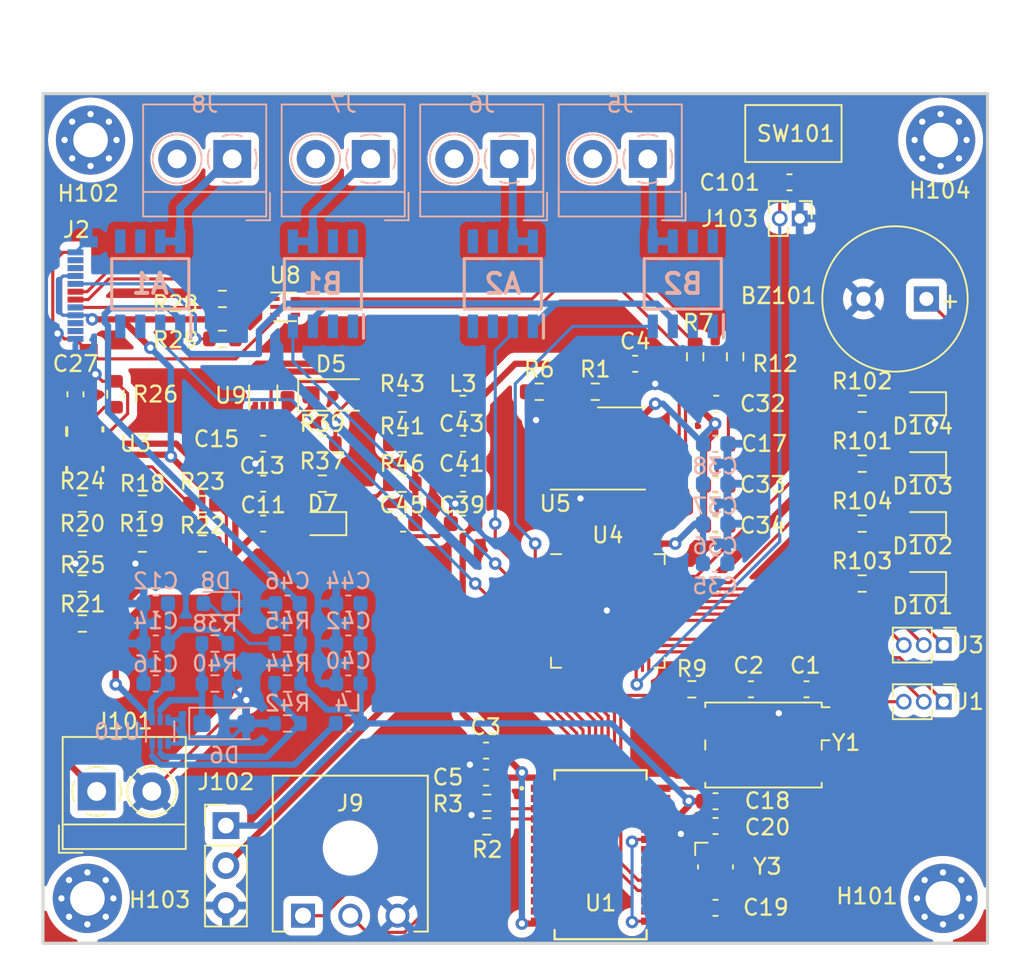
<source format=kicad_pcb>
(kicad_pcb (version 20221018) (generator pcbnew)
  (layers (0 "F.Cu" signal) (31 "B.Cu" signal) (34 "B.Paste" user) (35 "F.Paste" user) (36 "B.SilkS" user "B.Silkscreen") (37 "F.SilkS" user "F.Silkscreen") (38 "B.Mask" user) (39 "F.Mask" user) (44 "Edge.Cuts" user))
  (net 0 "")
  (net 1 "/5V")
  (net 2 "/On_Off_6")
  (net 3 "Net-(J8-Pin_1)")
  (net 4 "/On_Off_4")
  (net 5 "Net-(J6-Pin_1)")
  (net 6 "/On_Off_5")
  (net 7 "Net-(J7-Pin_1)")
  (net 8 "/On_Off_3")
  (net 9 "Net-(J5-Pin_1)")
  (net 10 "/BUZZER")
  (net 11 "GND")
  (net 12 "Net-(U4-XIN)")
  (net 13 "Net-(C2-Pad1)")
  (net 14 "/3V3")
  (net 15 "/Sys_Pow")
  (net 16 "Net-(U3-SS)")
  (net 17 "/RESET_SW")
  (net 18 "/3V3_EN_VBAT")
  (net 19 "/5V_EN_VBAT")
  (net 20 "Net-(D7-A)")
  (net 21 "Net-(D8-A)")
  (net 22 "Net-(D101-A)")
  (net 23 "Net-(D102-A)")
  (net 24 "Net-(D103-A)")
  (net 25 "Net-(D104-A)")
  (net 26 "/USB_Power")
  (net 27 "Net-(J2-CC1)")
  (net 28 "Net-(U8-D+_in)")
  (net 29 "Net-(U8-D-_in)")
  (net 31 "Net-(J2-CC2)")
  (net 33 "/On_Off_1")
  (net 34 "/TX_1")
  (net 35 "/RX_1")
  (net 36 "/On_Off_2")
  (net 37 "/TX_2")
  (net 38 "/RX_2")
  (net 39 "/CAM_3_Pow")
  (net 40 "/CAM_4_Pow")
  (net 41 "/CAM_5_Pow")
  (net 42 "/CAM_6_Pow")
  (net 43 "/VBAT")
  (net 44 "/3V3_SW")
  (net 45 "/5V_SW")
  (net 46 "/QSPI_SS")
  (net 47 "/USB_D+")
  (net 48 "Net-(U4-USB_DP)")
  (net 49 "Net-(U4-XOUT)")
  (net 50 "/CAN_CANH")
  (net 51 "/CAN_CANL")
  (net 52 "/USB_D-")
  (net 53 "Net-(U4-USB_DM)")
  (net 54 "Net-(U3-OV1)")
  (net 55 "Net-(U3-OV2)")
  (net 56 "Net-(U3-PR1)")
  (net 57 "Net-(U3-CP2)")
  (net 58 "Net-(U3-ILIM)")
  (net 59 "/3V3_FB")
  (net 60 "/5V_FB")
  (net 61 "/LED_GREEN")
  (net 62 "/LED_BLUE")
  (net 63 "/LED_RED")
  (net 64 "/LED_ORANGE")
  (net 71 "Net-(U4-QSPI_SD3)")
  (net 72 "Net-(U4-QSPI_SCLK)")
  (net 73 "Net-(U4-QSPI_SD0)")
  (net 74 "Net-(U4-QSPI_SD2)")
  (net 75 "Net-(U4-QSPI_SD1)")
  (net 77 "Net-(U1-OSC2)")
  (net 78 "/CAN_STBY")
  (net 79 "/CAN_NINT1")
  (net 80 "/CAN_NINT0")
  (net 81 "Net-(U1-OSC1)")
  (net 84 "/SPI_SCK")
  (net 85 "/SPI_MISO")
  (net 86 "/CAN_NCS")
  (net 87 "/SPI_MOSI")
  (net 89 "Net-(U1-TXCAN)")
  (net 90 "/CAN_CLKO")
  (net 91 "/CAN_NINT")
  (net 92 "Net-(U1-RXCAN)")
  (footprint "Capacitor_SMD:C_0603_1608Metric" (layer "F.Cu") (at 208.3 105.7 180)
    (fp_text reference "C19")
    (fp_text value "18pF")
  )
  (footprint "Package_SON:WSON-8-1EP_6x5mm_P1.27mm_EP3.4x4.3mm" (layer "F.Cu") (at 200.83 76.505)
    (fp_text reference "U5")
    (fp_text value "W25Q128JVS")
  )
  (footprint "Resistor_SMD:R_0603_1608Metric" (layer "F.Cu") (at 175.705 82.55 180)
    (fp_text reference "R22")
    (fp_text value "7.3k")
  )
  (footprint "Connector_PinHeader_1.27mm:PinHeader_1x02_P1.27mm_Vertical" (layer "F.Cu") (at 213.65 61.8875 -90)
    (fp_text reference "J103")
    (fp_text value "RESET PIN")
  )
  (footprint "Package_DFN_QFN:ST_UQFN-6L_1.5x1.7mm_P0.5mm" (layer "F.Cu") (at 180.96 67.5)
    (fp_text reference "U8")
    (fp_text value "ECMF02-2AMX6")
  )
  (footprint "Resistor_SMD:R_0603_1608Metric" (layer "F.Cu") (at 206.795 91.81 180)
    (fp_text reference "R9")
    (fp_text value "1k")
  )
  (footprint "Capacitor_SMD:C_0603_1608Metric" (layer "F.Cu") (at 192.265 78.74 180)
    (fp_text reference "C41")
    (fp_text value "22uF")
  )
  (footprint "Inductor_SMD:L_0603_1608Metric" (layer "F.Cu") (at 192.2525 73.66 180)
    (fp_text reference "L3")
    (fp_text value "2.2uH")
  )
  (footprint "Connector_PinHeader_1.27mm:PinHeader_1x03_P1.27mm_Vertical" (layer "F.Cu") (at 222.8 92.6 -90)
    (fp_text reference "J1")
    (fp_text value "Conn_01x03")
  )
  (footprint "Capacitor_SMD:C_0603_1608Metric" (layer "F.Cu") (at 179.565 78.74 180)
    (fp_text reference "C13")
    (fp_text value "10uF")
  )
  (footprint "Connector_PinHeader_1.27mm:PinHeader_1x03_P1.27mm_Vertical" (layer "F.Cu") (at 222.8 89 -90)
    (fp_text reference "J3")
    (fp_text value "Conn_01x03")
  )
  (footprint "Capacitor_SMD:C_0603_1608Metric" (layer "F.Cu") (at 167.64 73.06 -90)
    (fp_text reference "C27")
    (fp_text value "1uF")
  )
  (footprint "Resistor_SMD:R_0603_1608Metric" (layer "F.Cu") (at 171.895 82.55)
    (fp_text reference "R19")
    (fp_text value "5k")
  )
  (footprint "Resistor_SMD:R_0603_1608Metric" (layer "F.Cu") (at 193.774999 100.525001)
    (fp_text reference "R2")
    (fp_text value "470")
  )
  (footprint "Resistor_SMD:R_0603_1608Metric" (layer "F.Cu") (at 217.615 77.47)
    (fp_text reference "R101")
    (fp_text value "470")
  )
  (footprint "Capacitor_SMD:C_0603_1608Metric" (layer "F.Cu") (at 203.2 71.12)
    (fp_text reference "C4")
    (fp_text value "100n")
  )
  (footprint "LED_SMD:LED_0603_1608Metric" (layer "F.Cu") (at 183.3625 81.28 180)
    (fp_text reference "D7")
    (fp_text value "RED")
  )
  (footprint "Package_TO_SOT_SMD:SOT-563" (layer "F.Cu") (at 179.57 73.14 90)
    (fp_text reference "U9")
    (fp_text value "TI_TPS566242DRLR")
  )
  (footprint "Resistor_SMD:R_0603_1608Metric" (layer "F.Cu") (at 217.615 85.09)
    (fp_text reference "R103")
    (fp_text value "470")
  )
  (footprint "Resistor_SMD:R_0603_1608Metric" (layer "F.Cu") (at 183.325 76.2)
    (fp_text reference "R39")
    (fp_text value "30k")
  )
  (footprint "MountingHole:MountingHole_2.2mm_M2_Pad_Via" (layer "F.Cu") (at 168.6 56.9)
    (fp_text reference "H102")
    (fp_text value "MountingHole")
  )
  (footprint "Resistor_SMD:R_0603_1608Metric" (layer "F.Cu") (at 217.615 81.28)
    (fp_text reference "R104")
    (fp_text value "470")
  )
  (footprint "Resistor_SMD:R_0603_1608Metric" (layer "F.Cu") (at 183.325 78.74)
    (fp_text reference "R37")
    (fp_text value "20k")
  )
  (footprint "Resistor_SMD:R_0603_1608Metric" (layer "F.Cu") (at 175.705 80.04)
    (fp_text reference "R23")
    (fp_text value "5k")
  )
  (footprint "TerminalBlock_4Ucon:TerminalBlock_4Ucon_1x02_P3.50mm_Horizontal" (layer "F.Cu") (at 168.99 98.3)
    (fp_text reference "J101")
    (fp_text value "Power Terminal")
  )
  (footprint "Connector_USB:USB_C_Plug_Molex_105444" (layer "F.Cu") (at 167.6 66.79 90)
    (fp_text reference "J2")
    (fp_text value "USB_C_Receptacle_USB2.0")
  )
  (footprint "Capacitor_SMD:C_0603_1608Metric" (layer "F.Cu") (at 208.3 100.5)
    (fp_text reference "C20")
    (fp_text value "18pF")
  )
  (footprint "Resistor_SMD:R_0603_1608Metric" (layer "F.Cu") (at 217.615 73.66)
    (fp_text reference "R102")
    (fp_text value "470")
  )
  (footprint "Resistor_SMD:R_0603_1608Metric" (layer "F.Cu") (at 188.405 78.74 180)
    (fp_text reference "R46")
    (fp_text value "470")
  )
  (footprint "Capacitor_SMD:C_0603_1608Metric" (layer "F.Cu") (at 193.724999 95.705001)
    (fp_text reference "C3")
    (fp_text value "0.1uF")
  )
  (footprint "Capacitor_SMD:C_0603_1608Metric" (layer "F.Cu") (at 214.085 91.81 180)
    (fp_text reference "C1")
    (fp_text value "27p")
  )
  (footprint "Crystal:Crystal_SMD_Abracon_ABM10-4Pin_2.5x2.0mm" (layer "F.Cu") (at 208.299999 103.1)
    (fp_text reference "Y3")
    (fp_text value "40MHz")
  )
  (footprint "Capacitor_SMD:C_0603_1608Metric" (layer "F.Cu") (at 208.345 81.38)
    (fp_text reference "C34")
    (fp_text value "100n")
  )
  (footprint "Resistor_SMD:R_0603_1608Metric" (layer "F.Cu") (at 168.085 87.63)
    (fp_text reference "R21")
    (fp_text value "5k")
  )
  (footprint "Capacitor_SMD:C_0603_1608Metric" (layer "F.Cu") (at 210.555 91.81 180)
    (fp_text reference "C2")
    (fp_text value "27p")
  )
  (footprint "Resistor_SMD:R_0603_1608Metric" (layer "F.Cu") (at 200.66 72.9)
    (fp_text reference "R1")
    (fp_text value "10k")
  )
  (footprint "Connector_Molex_Micro-Lock-Plus:Molex_Micro-Fit-Plus_2157601003_1x03_P3.0mm" (layer "F.Cu") (at 185.1 102.255 180)
    (fp_text reference "J9")
    (fp_text value "2157601003")
  )
  (footprint "Resistor_SMD:R_0603_1608Metric" (layer "F.Cu") (at 188.405 76.2)
    (fp_text reference "R43")
    (fp_text value "135k")
  )
  (footprint "Capacitor_SMD:C_0603_1608Metric" (layer "F.Cu") (at 208.345 78.84)
    (fp_text reference "C33")
    (fp_text value "100n")
  )
  (footprint "Capacitor_SMD:C_0603_1608Metric" (layer "F.Cu") (at 208.345 73.66)
    (fp_text reference "C32")
    (fp_text value "1u")
  )
  (footprint "Package_DFN_QFN:QFN-56-1EP_7x7mm_P0.4mm_EP3.2x3.2mm" (layer "F.Cu") (at 201.46 86.83)
    (fp_text reference "U4")
    (fp_text value "RP2040")
  )
  (footprint "Power_Mux_Regulator:RUX0012A" (layer "F.Cu") (at 168.235 76.524998)
    (fp_text reference "U3")
    (fp_text value "TPS2121RUXR")
  )
  (footprint "LED_SMD:LED_0603_1608Metric" (layer "F.Cu") (at 221.4625 73.66 180)
    (fp_text reference "D104")
    (fp_text value "BLUE LED")
  )
  (footprint "Crystal:Crystal_SMD_7050-4Pin_7.0x5.0mm" (layer "F.Cu") (at 211.35 95.35 180)
    (fp_text reference "Y1")
    (fp_text value "12.000MHZ-B4-T")
  )
  (footprint "LED_SMD:LED_0603_1608Metric" (layer "F.Cu") (at 221.4625 85.09 180)
    (fp_text reference "D101")
    (fp_text value "RED LED")
  )
  (footprint "Buzzer_Beeper:MagneticBuzzer_PUI_AT-0927-TT-6-R" (layer "F.Cu") (at 221.7 67 180)
    (fp_text reference "BZ101")
    (fp_text value "Buzzer")
  )
  (footprint "Resistor_SMD:R_0603_1608Metric" (layer "F.Cu") (at 171.895 80.01 180)
    (fp_text reference "R18")
    (fp_text value "23.3k")
  )
  (footprint "Resistor_SMD:R_0603_1608Metric" (layer "F.Cu") (at 193.774999 99.025001 180)
    (fp_text reference "R3")
    (fp_text value "470")
  )
  (footprint "Resistor_SMD:R_0603_1608Metric" (layer "F.Cu") (at 197.1 72.9)
    (fp_text reference "R6")
    (fp_text value "1k")
  )
  (footprint "Resistor_SMD:R_0603_1608Metric" (layer "F.Cu") (at 168.085 80.01)
    (fp_text reference "R24")
    (fp_text value "44k")
  )
  (footprint "Capacitor_SMD:C_0603_1608Metric" (layer "F.Cu") (at 179.565 76.2 180)
    (fp_text reference "C15")
    (fp_text value "0.1uF")
  )
  (footprint "Capacitor_SMD:C_0603_1608Metric" (layer "F.Cu") (at 192.265 81.28 180)
    (fp_text reference "C39")
    (fp_text value "22uF")
  )
  (footprint "MountingHole:MountingHole_2.2mm_M2_Pad_Via" (layer "F.Cu") (at 222.75 105.1)
    (fp_text reference "H101")
    (fp_text value "MountingHole")
  )
  (footprint "Button_Switch_SMD:SW_SPST_FSMSM" (layer "F.Cu") (at 213.25 56.4875)
    (fp_text reference "SW101")
    (fp_text value "SW_PUSH_RESET")
  )
  (footprint "LED_SMD:LED_0603_1608Metric" (layer "F.Cu") (at 221.4625 81.28 180)
    (fp_text reference "D102")
    (fp_text value "ORANGE LED")
  )
  (footprint "Capacitor_SMD:C_0603_1608Metric" (layer "F.Cu") (at 179.565 81.28 180)
    (fp_text reference "C11")
    (fp_text value "10uF")
  )
  (footprint "Resistor_SMD:R_0603_1608Metric" (layer "F.Cu") (at 176.975 67)
    (fp_text reference "R28")
    (fp_text value "10k")
  )
  (footprint "Resistor_SMD:R_0603_1608Metric" (layer "F.Cu") (at 176.975 69.54)
    (fp_text reference "R29")
    (fp_text value "10k")
  )
  (footprint "MountingHole:MountingHole_2.2mm_M2_Pad_Via" (layer "F.Cu") (at 168.4 105.1)
    (fp_text reference "H103")
    (fp_text value "MountingHole")
  )
  (footprint "LED_SMD:LED_0603_1608Metric" (layer "F.Cu") (at 221.4625 77.47 180)
    (fp_text reference "D103")
    (fp_text value "GREEN LED")
  )
  (footprint "Capacitor_SMD:C_0603_1608Metric" (layer "F.Cu") (at 213 59.5875)
    (fp_text reference "C101")
    (fp_text value "0.1uF")
  )
  (footprint "Package_SSOP:SSOP-28" (layer "F.Cu") (at 200.999999 102.325001)
    (fp_text reference "U1")
    (fp_text value "MCP251863")
  )
  (footprint "Resistor_SMD:R_0603_1608Metric" (layer "F.Cu") (at 170.18 73.06 -90)
    (fp_text reference "R26")
    (fp_text value "18.7k")
  )
  (footprint "Resistor_SMD:R_0603_1608Metric" (layer "F.Cu") (at 209.55 70.675 -90)
    (fp_text reference "R12")
    (fp_text value "27.4")
  )
  (footprint "Capacitor_SMD:C_0603_1608Metric" (layer "F.Cu") (at 188.455 81.28 180)
    (fp_text reference "C45")
    (fp_text value "22uF")
  )
  (footprint "Resistor_SMD:R_0603_1608Metric" (layer "F.Cu") (at 207.01 70.675 -90)
    (fp_text reference "R7")
    (fp_text value "27.4")
  )
  (footprint "Diode_SMD:D_SOD-123F" (layer "F.Cu") (at 184 73.1)
    (fp_text reference "D5")
    (fp_text value "BZT52H-A5V1-QX")
  )
  (footprint "Capacitor_SMD:C_0603_1608Metric" (layer "F.Cu") (at 192.265 76.2 180)
    (fp_text reference "C43")
    (fp_text value "22uF")
  )
  (footprint "Resistor_SMD:R_0603_1608Metric" (layer "F.Cu") (at 188.405 73.66 180)
    (fp_text reference "R41")
    (fp_text value "30k")
  )
  (footprint "Capacitor_SMD:C_0603_1608Metric" (layer "F.Cu") (at 208.299999 98.925001 180)
    (fp_text reference "C18")
    (fp_text value "0.1uF")
  )
  (footprint "Capacitor_SMD:C_0603_1608Metric" (layer "F.Cu") (at 208.345 76.23)
    (fp_text reference "C17")
    (fp_text value "100n")
  )
  (footprint "Resistor_SMD:R_0603_1608Metric" (layer "F.Cu") (at 168.085 85.09)
    (fp_text reference "R20")
    (fp_text value "65k")
  )
  (footprint "Resistor_SMD:R_0603_1608Metric" (layer "F.Cu") (at 168.085 82.55 180)
    (fp_text reference "R25")
    (fp_text value "5k")
  )
  (footprint "MountingHole:MountingHole_2.2mm_M2_Pad_Via" (layer "F.Cu") (at 222.6 56.9)
    (fp_text reference "H104")
    (fp_text value "MountingHole")
  )
  (footprint "Connector_PinHeader_2.54mm:PinHeader_1x03_P2.54mm_Vertical" (layer "F.Cu") (at 177.2 100.475)
    (fp_text reference "J102")
    (fp_text value "POWER")
  )
  (footprint "Capacitor_SMD:C_0603_1608Metric" (layer "F.Cu") (at 193.724999 97.425001)
    (fp_text reference "C5")
    (fp_text value "0.1uF")
  )
  (footprint "LED_SMD:LED_0603_1608Metric" (layer "B.Cu") (at 176.555 86.36 180)
    (fp_text reference "D8")
    (fp_text value "RED")
  )
  (footprint "TerminalBlock_4Ucon:TerminalBlock_4Ucon_1x02_P3.50mm_Horizontal" (layer "B.Cu") (at 177.6 58.1 180)
    (fp_text reference "J8")
    (fp_text value "Power Terminal")
  )
  (footprint "Capacitor_SMD:C_0603_1608Metric" (layer "B.Cu") (at 208.28 78.74)
    (fp_text reference "C37")
    (fp_text value "100n")
  )
  (footprint "Capacitor_SMD:C_0603_1608Metric" (layer "B.Cu") (at 208.28 83.82)
    (fp_text reference "C35")
    (fp_text value "100n")
  )
  (footprint "Capacitor_SMD:C_0603_1608Metric" (layer "B.Cu") (at 184.975 86.36 180)
    (fp_text reference "C44")
    (fp_text value "22uF")
  )
  (footprint "Resistor_SMD:R_0603_1608Metric" (layer "B.Cu") (at 181.115 88.9 180)
    (fp_text reference "R45")
    (fp_text value "715")
  )
  (footprint "Capacitor_SMD:C_0603_1608Metric" (layer "B.Cu") (at 184.975 91.44 180)
    (fp_text reference "C40")
    (fp_text value "22uF")
  )
  (footprint "TerminalBlock_4Ucon:TerminalBlock_4Ucon_1x02_P3.50mm_Horizontal" (layer "B.Cu") (at 195.2 58.1 180)
    (fp_text reference "J6")
    (fp_text value "Power Terminal")
  )
  (footprint "Capacitor_SMD:C_0603_1608Metric" (layer "B.Cu") (at 208.28 76.2)
    (fp_text reference "C38")
    (fp_text value "100n")
  )
  (footprint "Resistor_SMD:R_0603_1608Metric" (layer "B.Cu") (at 176.505 88.9)
    (fp_text reference "R38")
    (fp_text value "20k")
  )
  (footprint "Capacitor_SMD:C_0603_1608Metric" (layer "B.Cu") (at 172.745 91.44 180)
    (fp_text reference "C16")
    (fp_text value "0.1uF")
  )
  (footprint "Capacitor_SMD:C_0603_1608Metric" (layer "B.Cu") (at 184.975 88.9 180)
    (fp_text reference "C42")
    (fp_text value "22uF")
  )
  (footprint "MIDAS_NMOS:DMNH6022SSDQ-13" (layer "B.Cu") (at 206.22 66.04 90)
    (fp_text reference "B2")
    (fp_text value "~" hide)
  )
  (footprint "Resistor_SMD:R_0603_1608Metric" (layer "B.Cu") (at 181.115 93.98 180)
    (fp_text reference "R42")
    (fp_text value "30k")
  )
  (footprint "Inductor_SMD:L_0603_1608Metric" (layer "B.Cu") (at 184.9625 93.98 180)
    (fp_text reference "L4")
    (fp_text value "2.2uH")
  )
  (footprint "TerminalBlock_4Ucon:TerminalBlock_4Ucon_1x02_P3.50mm_Horizontal" (layer "B.Cu") (at 186.4 58.1 180)
    (fp_text reference "J7")
    (fp_text value "Power Terminal")
  )
  (footprint "TerminalBlock_4Ucon:TerminalBlock_4Ucon_1x02_P3.50mm_Horizontal" (layer "B.Cu") (at 204 58.1 180)
    (fp_text reference "J5")
    (fp_text value "Power Terminal")
  )
  (footprint "MIDAS_NMOS:DMNH6022SSDQ-13" (layer "B.Cu") (at 194.79 66.04 90)
    (fp_text reference "A2")
    (fp_text value "~" hide)
  )
  (footprint "MIDAS_NMOS:DMNH6022SSDQ-13" (layer "B.Cu") (at 183.36 66.04 90)
    (fp_text reference "B1")
    (fp_text value "~" hide)
  )
  (footprint "Capacitor_SMD:C_0603_1608Metric" (layer "B.Cu") (at 172.745 88.9 180)
    (fp_text reference "C14")
    (fp_text value "10uF")
  )
  (footprint "Resistor_SMD:R_0603_1608Metric" (layer "B.Cu") (at 176.505 91.44)
    (fp_text reference "R40")
    (fp_text value "30k")
  )
  (footprint "Package_TO_SOT_SMD:SOT-563" (layer "B.Cu") (at 173.02 94.5 -90)
    (fp_text reference "U10")
    (fp_text value "TI_TPS566242DRLR")
  )
  (footprint "Diode_SMD:D_SOD-123F" (layer "B.Cu") (at 177.08 93.98)
    (fp_text reference "D6")
    (fp_text value "BZT52H-A5V1-QX")
  )
  (footprint "Resistor_SMD:R_0603_1608Metric" (layer "B.Cu") (at 181.115 91.44)
    (fp_text reference "R44")
    (fp_text value "220k")
  )
  (footprint "MIDAS_NMOS:DMNH6022SSDQ-13" (layer "B.Cu") (at 172.395 66.04 90)
    (fp_text reference "A1")
    (fp_text value "~" hide)
  )
  (footprint "Capacitor_SMD:C_0603_1608Metric" (layer "B.Cu") (at 181.115 86.36 180)
    (fp_text reference "C46")
    (fp_text value "22uF")
  )
  (footprint "Capacitor_SMD:C_0603_1608Metric" (layer "B.Cu") (at 172.745 86.36 180)
    (fp_text reference "C12")
    (fp_text value "10uF")
  )
  (footprint "Capacitor_SMD:C_0603_1608Metric" (layer "B.Cu") (at 208.28 81.28)
    (fp_text reference "C36")
    (fp_text value "100n")
  )
  (gr_rect locked (start 165.58 53.95) (end 225.58 107.95) (stroke (width 0.2)) (fill none) (layer "Edge.Cuts"))
  (segment (start 206.6 99.219994) (end 205.769992 100.050002) (width 0.4) (layer "F.Cu") (net 1))
  (segment (start 206.894993 98.925001) (end 206.919994 98.9) (width 0.4) (layer "F.Cu") (net 1))
  (segment (start 206.6 98.9) (end 206.6 99.219994) (width 0.4) (layer "F.Cu") (net 1))
  (segment (start 207.524999 98.925001) (end 206.894993 98.925001) (width 0.4) (layer "F.Cu") (net 1))
  (segment (start 205.769992 100.050002) (end 204.5 100.050002) (width 0.4) (layer "F.Cu") (net 1))
  (segment (start 206.919994 98.9) (end 206.6 98.9) (width 0.4) (layer "F.Cu") (net 1))
  (via (at 206.6 98.9) (size 0.8) (drill 0.4) (layers "F.Cu" "B.Cu") (net 1))
  (segment (start 174.3 69.89) (end 174.91 70.5) (width 0.4) (layer "B.Cu") (net 1))
  (segment (start 185.75 88.9) (end 185.75 86.36) (width 0.4) (layer "B.Cu") (net 1))
  (segment (start 204.57 67.3) (end 205.585 68.315) (width 0.4) (layer "B.Cu") (net 1))
  (segment (start 196.7 67.3) (end 204.57 67.3) (width 0.4) (layer "B.Cu") (net 1))
  (segment (start 184.875 93.105) (end 185.75 93.98) (width 0.4) (layer "B.Cu") (net 1))
  (segment (start 169.5 67.968629) (end 169.5 68.5) (width 0.4) (layer "B.Cu") (net 1))
  (segment (start 196.695 68.74) (end 198.1225 67.3125) (width 0.4) (layer "B.Cu") (net 1))
  (segment (start 181.94 86.65) (end 181.89 86.6) (width 0.25) (layer "B.Cu") (net 1))
  (segment (start 174.91 70.5) (end 179.3 70.5) (width 0.4) (layer "B.Cu") (net 1))
  (segment (start 179.3 69.02) (end 181.02 67.3) (width 0.4) (layer "B.Cu") (net 1))
  (segment (start 185.75 91.44) (end 185.75 88.9) (width 0.4) (layer "B.Cu") (net 1))
  (segment (start 185.75 89.14) (end 185.93 88.96) (width 0.2) (layer "B.Cu") (net 1))
  (segment (start 169.878629 67.59) (end 169.5 67.968629) (width 0.4) (layer "B.Cu") (net 1))
  (segment (start 185.75 93.98) (end 185.75 91.44) (width 0.4) (layer "B.Cu") (net 1))
  (segment (start 181.89 88.85) (end 181.94 88.9) (width 0.4) (layer "B.Cu") (net 1))
  (segment (start 169.5 68.5) (end 169.71 68.71) (width 0.4) (layer "B.Cu") (net 1))
  (segment (start 201.68 93.98) (end 185.75 93.98) (width 0.4) (layer "B.Cu") (net 1))
  (segment (start 182.725 68.275) (end 183.7 67.3) (width 0.4) (layer "B.Cu") (net 1))
  (segment (start 182.725 68.74) (end 182.725 68.275) (width 0.4) (layer "B.Cu") (net 1))
  (segment (start 174.3 68.315) (end 173.575 67.59) (width 0.4) (layer "B.Cu") (net 1))
  (segment (start 174.3 68.74) (end 174.3 69.89) (width 0.4) (layer "B.Cu") (net 1))
  (segment (start 206.6 98.9) (end 201.68 93.98) (width 0.4) (layer "B.Cu") (net 1))
  (segment (start 205.585 68.315) (end 205.585 68.74) (width 0.4) (layer "B.Cu") (net 1))
  (segment (start 185.75 93.98) (end 179.255 100.475) (width 0.4) (layer "B.Cu") (net 1))
  (segment (start 169.71 68.71) (end 169.71 74.18) (width 0.4) (layer "B.Cu") (net 1))
  (segment (start 173.575 67.59) (end 169.878629 67.59) (width 0.4) (layer "B.Cu") (net 1))
  (segment (start 183.605 93.105) (end 184.875 93.105) (width 0.4) (layer "B.Cu") (net 1))
  (segment (start 174.3 68.74) (end 174.3 68.315) (width 0.4) (layer "B.Cu") (net 1))
  (segment (start 181.02 67.3) (end 183.7 67.3) (width 0.4) (layer "B.Cu") (net 1))
  (segment (start 181.89 86.36) (end 181.89 88.85) (width 0.4) (layer "B.Cu") (net 1))
  (segment (start 183.7 67.3) (end 196.7 67.3) (width 0.4) (layer "B.Cu") (net 1))
  (segment (start 179.255 100.475) (end 177.2 100.475) (width 0.4) (layer "B.Cu") (net 1))
  (segment (start 181.94 91.44) (end 183.605 93.105) (width 0.4) (layer "B.Cu") (net 1))
  (segment (start 181.94 88.9) (end 181.94 91.44) (width 0.4) (layer "B.Cu") (net 1))
  (segment (start 169.71 74.18) (end 181.89 86.36) (width 0.4) (layer "B.Cu") (net 1))
  (segment (start 179.3 70.5) (end 179.3 69.02) (width 0.4) (layer "B.Cu") (net 1))
  (segment (start 193.04 85.09) (end 193.78 85.83) (width 0.2) (layer "F.Cu") (net 2))
  (segment (start 193.78 85.83) (end 198.0225 85.83) (width 0.2) (layer "F.Cu") (net 2))
  (via (at 193.04 85.09) (size 0.8) (drill 0.4) (layers "F.Cu" "B.Cu") (net 2))
  (segment (start 193.04 85.09) (end 181.35 73.4) (width 0.2) (layer "B.Cu") (net 2))
  (segment (start 176.74 73.4) (end 173.03 69.69) (width 0.2) (layer "B.Cu") (net 2))
  (segment (start 181.35 73.4) (end 176.74 73.4) (width 0.2) (layer "B.Cu") (net 2))
  (segment (start 173.03 69.69) (end 173.03 68.74) (width 0.2) (layer "B.Cu") (net 2))
  (segment (start 174.3 63.34) (end 174.3 61.2) (width 0.5) (layer "B.Cu") (net 3))
  (segment (start 174.3 61.2) (end 177.6 57.9) (width 0.5) (layer "B.Cu") (net 3))
  (segment (start 174.3 63.34) (end 173.03 63.34) (width 0.5) (layer "B.Cu") (net 3))
  (segment (start 194.31 82.55) (end 196.79 85.03) (width 0.2) (layer "F.Cu") (net 4))
  (segment (start 194.31 81.28) (end 194.31 82.55) (width 0.2) (layer "F.Cu") (net 4))
  (segment (start 196.79 85.03) (end 198.0225 85.03) (width 0.2) (layer "F.Cu") (net 4))
  (via (at 194.31 81.28) (size 0.8) (drill 0.4) (layers "F.Cu" "B.Cu") (net 4))
  (segment (start 195.425 68.74) (end 195.425 69.165) (width 0.2) (layer "B.Cu") (net 4))
  (segment (start 194.31 70.28) (end 194.31 81.28) (width 0.2) (layer "B.Cu") (net 4))
  (segment (start 195.425 69.165) (end 194.31 70.28) (width 0.2) (layer "B.Cu") (net 4))
  (segment (start 195.425 63.34) (end 195.425 58.125) (width 0.5) (layer "B.Cu") (net 5))
  (segment (start 195.425 58.125) (end 195.2 57.9) (width 0.5) (layer "B.Cu") (net 5))
  (segment (start 195.425 63.34) (end 196.695 63.34) (width 0.5) (layer "B.Cu") (net 5))
  (segment (start 194.31 83.82) (end 195.92 85.43) (width 0.2) (layer "F.Cu") (net 6))
  (segment (start 195.92 85.43) (end 198.0225 85.43) (width 0.2) (layer "F.Cu") (net 6))
  (via (at 194.31 83.82) (size 0.8) (drill 0.4) (layers "F.Cu" "B.Cu") (net 6))
  (segment (start 181.455 68.74) (end 181.455 70.965) (width 0.2) (layer "B.Cu") (net 6))
  (segment (start 181.455 70.965) (end 194.31 83.82) (width 0.2) (layer "B.Cu") (net 6))
  (segment (start 182.725 63.34) (end 181.455 63.34) (width 0.5) (layer "B.Cu") (net 7))
  (segment (start 182.725 63.34) (end 182.725 61.575) (width 0.5) (layer "B.Cu") (net 7))
  (segment (start 182.725 61.575) (end 186.4 57.9) (width 0.5) (layer "B.Cu") (net 7))
  (segment (start 197.490025 84.63) (end 198.0225 84.63) (width 0.2) (layer "F.Cu") (net 8))
  (segment (start 196.85 83.989975) (end 197.490025 84.63) (width 0.2) (layer "F.Cu") (net 8))
  (segment (start 196.85 82.55) (end 196.85 83.989975) (width 0.2) (layer "F.Cu") (net 8))
  (via (at 196.85 82.55) (size 0.8) (drill 0.4) (layers "F.Cu" "B.Cu") (net 8))
  (segment (start 195.58 81.28) (end 196.85 82.55) (width 0.2) (layer "B.Cu") (net 8))
  (segment (start 199.23 68.74) (end 195.58 72.39) (width 0.2) (layer "B.Cu") (net 8))
  (segment (start 195.58 72.39) (end 195.58 81.28) (width 0.2) (layer "B.Cu") (net 8))
  (segment (start 204.315 68.74) (end 199.23 68.74) (width 0.2) (layer "B.Cu") (net 8))
  (segment (start 204.315 58.215) (end 204 57.9) (width 0.5) (layer "B.Cu") (net 9))
  (segment (start 204.315 63.34) (end 204.315 58.215) (width 0.5) (layer "B.Cu") (net 9))
  (segment (start 205.585 63.34) (end 204.315 63.34) (width 0.5) (layer "B.Cu") (net 9))
  (segment (start 204.8975 86.23) (end 222.318623 86.23) (width 0.2) (layer "F.Cu") (net 10))
  (segment (start 223.8 69.1) (end 221.7 67) (width 0.2) (layer "F.Cu") (net 10))
  (segment (start 222.318623 86.23) (end 223.8 84.748623) (width 0.2) (layer "F.Cu") (net 10))
  (segment (start 223.8 84.748623) (end 223.8 69.1) (width 0.2) (layer "F.Cu") (net 10))
  (segment (start 209.12 78.77) (end 209.12 81.31) (width 0.2) (layer "F.Cu") (net 11))
  (segment (start 209.075 100.5) (end 209.624999 101.049999) (width 0.2) (layer "F.Cu") (net 11))
  (segment (start 187.68 81.28) (end 188.48 82.08) (width 0.25) (layer "F.Cu") (net 11))
  (segment (start 178.79 77.75) (end 179.07 77.47) (width 0.2) (layer "F.Cu") (net 11))
  (segment (start 192.7 96.6) (end 192.949999 96.849999) (width 0.2) (layer "F.Cu") (net 11))
  (segment (start 171.45 83.82) (end 171.45 84.005686) (width 0.2) (layer "F.Cu") (net 11))
  (segment (start 169.355 72.235) (end 170.18 72.235) (width 0.2) (layer "F.Cu") (net 11))
  (segment (start 209.12 73.66) (end 209.12 76.23) (width 0.2) (layer "F.Cu") (net 11))
  (segment (start 184.55 72.25) (end 185.4 73.1) (width 0.2) (layer "F.Cu") (net 11))
  (segment (start 209.624999 101.049999) (end 209.624999 105.150001) (width 0.2) (layer "F.Cu") (net 11))
  (segment (start 192.949999 99.949999) (end 192.949999 100.525001) (width 0.2) (layer "F.Cu") (net 11))
  (segment (start 192.949999 96.849999) (end 192.949999 97.425001) (width 0.2) (layer "F.Cu") (net 11))
  (segment (start 191.465 76.175) (end 191.49 76.2) (width 0.25) (layer "F.Cu") (net 11))
  (segment (start 180.31 68) (end 180.31 68.325) (width 0.2) (layer "F.Cu") (net 11))
  (segment (start 170.955 74.292107) (end 169.872107 75.375) (width 0.2) (layer "F.Cu") (net 11))
  (segment (start 188.48 82.08) (end 190.69 82.08) (width 0.25) (layer "F.Cu") (net 11))
  (segment (start 213.31 91.81) (end 212.32 92.8) (width 0.2) (layer "F.Cu") (net 11))
  (segment (start 213.775 59.5875) (end 213.65 59.7125) (width 0.2) (layer "F.Cu") (net 11))
  (segment (start 192.949999 96.350001) (end 192.7 96.6) (width 0.2) (layer "F.Cu") (net 11))
  (segment (start 176.53 80.04) (end 177.23 80.74) (width 0.2) (layer "F.Cu") (net 11))
  (segment (start 208.275001 99.700001) (end 209.075 100.5) (width 0.2) (layer "F.Cu") (net 11))
  (segment (start 191.77 80.01) (end 191.49 80.29) (width 0.25) (layer "F.Cu") (net 11))
  (segment (start 205.7271 100.8) (end 206.1 101) (width 0.2) (layer "F.Cu") (net 11))
  (segment (start 207.107537 99.700001) (end 208.275001 99.700001) (width 0.2) (layer "F.Cu") (net 11))
  (segment (start 168.31 70.21) (end 167.64 69.54) (width 0.2) (layer "F.Cu") (net 11))
  (segment (start 203.975 71.12) (end 204.47 71.615) (width 0.2) (layer "F.Cu") (net 11))
  (segment (start 196.275 72.9) (end 196.275 74.175) (width 0.2) (layer "F.Cu") (net 11))
  (segment (start 214.74 59.5875) (end 213.775 59.5875) (width 0.2) (layer "F.Cu") (net 11))
  (segment (start 184.15 74.93) (end 184.15 76.2) (width 0.25) (layer "F.Cu") (net 11))
  (segment (start 180.07 72.39) (end 180.21 72.25) (width 0.2) (layer "F.Cu") (net 11))
  (segment (start 191.49 79.73) (end 191.77 80.01) (width 0.25) (layer "F.Cu") (net 11))
  (segment (start 209.624999 105.150001) (end 209.075 105.7) (width 0.2) (layer "F.Cu") (net 11))
  (segment (start 209.074999 100.499999) (end 209.075 100.5) (width 0.2) (layer "F.Cu") (net 11))
  (segment (start 196.8 74.7) (end 196.9 74.7) (width 0.2) (layer "F.Cu") (net 11))
  (segment (start 185.4 73.1) (end 184.15 74.35) (width 0.2) (layer "F.Cu") (net 11))
  (segment (start 184.15 81.28) (end 187.68 81.28) (width 0.25) (layer "F.Cu") (net 11))
  (segment (start 206.1 101) (end 206.1 100.707538) (width 0.2) (layer "F.Cu") (net 11))
  (segment (start 176.262107 84) (end 171.63 84) (width 0.2) (layer "F.Cu") (net 11))
  (segment (start 205.6271 100.7) (end 205.7271 100.8) (width 0.2) (layer "F.Cu") (net 11))
  (segment (start 179.07 77.47) (end 178.79 77.19) (width 0.2) (layer "F.Cu") (net 11))
  (segment (start 222.25 73.66) (end 222.25 74.93) (width 0.2) (layer "F.Cu") (net 11))
  (segment (start 167.64 72.285) (end 166.865 73.06) (width 0.2) (layer "F.Cu") (net 11))
  (segment (start 171.45 84.005686) (end 168.91 86.545686) (width 0.2) (layer "F.Cu") (net 11))
  (segment (start 168.91 86.545686) (end 168.91 87.63) (width 0.2) (layer "F.Cu") (net 11))
  (segment (start 205.525 102) (end 204.5 102) (width 0.2) (layer "F.Cu") (net 11))
  (segment (start 204.5 100.7) (end 205.6271 100.7) (width 0.2) (layer "F.Cu") (net 11))
  (segment (start 171.45 83.82) (end 172.72 82.55) (width 0.2) (layer "F.Cu") (net 11))
  (segment (start 209.78 91.81) (end 210.555 91.035) (width 0.2) (layer "F.Cu") (net 11))
  (segment (start 196.275 74.175) (end 196.8 74.7) (width 0.2) (layer "F.Cu") (net 11))
  (segment (start 200.46 89.735025) (end 201.46 88.735025) (width 0.2) (layer "F.Cu") (net 11))
  (segment (start 167.64 72.285) (end 167.69 72.235) (width 0.2) (layer "F.Cu") (net 11))
  (segment (start 190.69 82.08) (end 191.49 81.28) (width 0.25) (layer "F.Cu") (net 11))
  (segment (start 166.5 69.1) (end 166.5 69.2) (width 0.2) (layer "F.Cu") (net 11))
  (segment (start 167.69 72.235) (end 168.465 72.235) (width 0.2) (layer "F.Cu") (net 11))
  (segment (start 192.949999 101.350001) (end 192.949999 100.525001) (width 0.2) (layer "F.Cu") (net 11))
  (segment (start 191.49 76.2) (end 191.49 78.74) (width 0.25) (layer "F.Cu") (net 11))
  (segment (start 167.484999 75.375) (end 167.184999 75.375) (width 0.2) (layer "F.Cu") (net 11))
  (segment (start 200.46 90.2675) (end 200.46 89.735025) (width 0.2) (layer "F.Cu") (net 11))
  (segment (start 166.865 75.055001) (end 167.184999 75.375) (width 0.2) (layer "F.Cu") (net 11))
  (segment (start 166.865 73.06) (end 166.865 75.055001) (width 0.2) (layer "F.Cu") (net 11))
  (segment (start 222.25 74.93) (end 222.25 77.47) (width 0.2) (layer "F.Cu") (net 11))
  (segment (start 196.9 74.7) (end 196.9 74.8) (width 0.2) (layer "F.Cu") (net 11))
  (segment (start 166.5 69.2) (end 166.6 69.2) (width 0.2) (layer "F.Cu") (net 11))
  (segment (start 166.2 64.69) (end 166.2 68.8) (width 0.2) (layer "F.Cu") (net 11))
  (segment (start 185.4 73.1) (end 187.02 73.1) (width 0.2) (layer "F.Cu") (net 11))
  (segment (start 184.15 74.35) (end 184.15 74.93) (width 0.2) (layer "F.Cu") (net 11))
  (segment (start 212.32 92.8) (end 212.32 93.33) (width 0.2) (layer "F.Cu") (net 11))
  (segment (start 192.949999 99.025001) (end 192.949999 99.650001) (width 0.2) (layer "F.Cu") (net 11))
  (segment (start 168.91 71.79) (end 169.355 72.235) (width 0.2) (layer "F.Cu") (net 11))
  (segment (start 178.29 92.5) (end 178.5 92.5) (width 0.2) (layer "F.Cu") (net 11))
  (segment (start 222.25 77.47) (end 222.25 81.28) (width 0.2) (layer "F.Cu") (net 11))
  (segment (start 213.65 59.7125) (end 213.65 61.8875) (width 0.2) (layer "F.Cu") (net 11))
  (segment (start 171.63 84) (end 171.45 83.82) (width 0.2) (layer "F.Cu") (net 11))
  (segment (start 222.25 81.28) (end 222.25 85.09) (width 0.2) (layer "F.Cu") (net 11))
  (segment (start 188.1 106.2) (end 192.949999 101.350001) (width 0.2) (layer "F.Cu") (net 11))
  (segment (start 180.31 68.325) (end 177.825 70.81) (width 0.2) (layer "F.Cu") (net 11))
  (segment (start 206.1 100.707538) (end 207.107537 99.700001) (width 0.2) (layer "F.Cu") (net 11))
  (segment (start 212.535 91.035) (end 213.31 91.81) (width 0.2) (layer "F.Cu") (net 11))
  (segment (start 198.13 78.41) (end 199.4 79.68) (width 0.2) (layer "F.Cu") (net 11))
  (segment (start 166.94 69.54) (end 167.64 69.54) (width 0.2) (layer "F.Cu") (net 11))
  (segment (start 167.64 64.04) (end 166.85 64.04) (width 0.2) (layer "F.Cu") (net 11))
  (segment (start 209.12 76.23) (end 209.12 78.77) (width 0.2) (layer "F.Cu") (net 11))
  (segment (start 166.85 64.04) (end 166.2 64.69) (width 0.2) (layer "F.Cu") (net 11))
  (segment (start 205.7271 101.7979) (end 205.525 102) (width 0.2) (layer "F.Cu") (net 11))
  (segment (start 201.46 88.735025) (end 201.4 86.8) (width 0.2) (layer "F.Cu") (net 11))
  (segment (start 206.1 101) (end 205.7271 101.7979) (width 0.2) (layer "F.Cu") (net 11))
  (segment (start 210.555 91.035) (end 212.535 91.035) (width 0.2) (layer "F.Cu") (net 11))
  (segment (start 180.07 73.89) (end 180.07 72.39) (width 0.2) (layer "F.Cu") (net 11))
  (segment (start 178.79 80.01) (end 178.79 78.425) (width 0.2) (layer "F.Cu") (net 11))
  (segment (start 201.4 86.8) (end 201.46 86.83) (width 0.2) (layer "F.Cu") (net 11))
  (segment (start 180.21 72.25) (end 184.55 72.25) (width 0.2) (layer "F.Cu") (net 11))
  (segment (start 170.18 72.235) (end 170.955 73.01) (width 0.2) (layer "F.Cu") (net 11))
  (segment (start 187.02 73.1) (end 187.58 73.66) (width 0.2) (layer "F.Cu") (net 11))
  (segment (start 166.2 68.8) (end 166.5 69.1) (width 0.2) (layer "F.Cu") (net 11))
  (segment (start 192.949999 99.650001) (end 192.8 99.8) (width 0.2) (layer "F.Cu") (net 11))
  (segment (start 192.949999 95.705001) (end 192.949999 96.350001) (width 0.2) (layer "F.Cu") (net 11))
  (segment (start 178.79 77.19) (end 178.79 76.2) (width 0.2) (layer "F.Cu") (net 11))
  (segment (start 168.465 72.235) (end 168.91 71.79) (width 0.2) (layer "F.Cu") (net 11))
  (segment (start 170.955 73.01) (end 170.955 74.292107) (width 0.2) (layer "F.Cu") (net 11))
  (segment (start 177.23 83.032107) (end 176.262107 84) (width 0.2) (layer "F.Cu") (net 11))
  (segment (start 192.8 99.8) (end 192.949999 99.949999) (width 0.2) (layer "F.Cu") (net 11))
  (segment (start 196.9 74.8) (end 196.8 74.7) (width 0.2) (layer "F.Cu") (net 11))
  (segment (start 209.074999 98.925001) (end 209.074999 100.499999) (width 0.2) (layer "F.Cu") (net 11))
  (segment (start 166.6 69.2) (end 166.94 69.54) (width 0.2) (layer "F.Cu") (net 11))
  (segment (start 199.4 79.68) (end 199.72 79.68) (width 0.2) (layer "F.Cu") (net 11))
  (segment (start 168.48 70.21) (end 168.31 70.21) (width 0.2) (layer "F.Cu") (net 11))
  (segment (start 169.872107 75.375) (end 168.985001 75.375) (width 0.2) (layer "F.Cu") (net 11))
  (segment (start 177.23 80.74) (end 177.23 83.032107) (width 0.2) (layer "F.Cu") (net 11))
  (segment (start 191.49 78.74) (end 191.49 79.73) (width 0.25) (layer "F.Cu") (net 11))
  (segment (start 178.79 78.425) (end 178.79 77.75) (width 0.2) (layer "F.Cu") (net 11))
  (segment (start 177.825 70.81) (end 169.08 70.81) (width 0.2) (layer "F.Cu") (net 11))
  (segment (start 217.84 56.4875) (end 214.74 59.5875) (width 0.2) (layer "F.Cu") (net 11))
  (segment (start 191.49 80.29) (end 191.49 81.28) (width 0.25) (layer "F.Cu") (net 11))
  (segment (start 204.47 71.615) (end 204.47 72.39) (width 0.2) (layer "F.Cu") (net 11))
  (segment (start 169.08 70.81) (end 168.48 70.21) (width 0.2) (layer "F.Cu") (net 11))
  (segment (start 167.26 82.55) (end 167.26 83.44) (width 0.2) (layer "F.Cu") (net 11))
  (segment (start 172.49 98.3) (end 178.29 92.5) (width 0.2) (layer "F.Cu") (net 11))
  (segment (start 178.79 81.28) (end 178.79 80.01) (width 0.2) (layer "F.Cu") (net 11))
  (segment (start 167.26 83.44) (end 167.64 83.82) (width 0.2) (layer "F.Cu") (net 11))
  (via (at 168.91 71.79) (size 0.8) (drill 0.4) (layers "F.Cu" "B.Cu") (net 11))
  (via (at 171.45 83.82) (size 0.8) (drill 0.4) (layers "F.Cu" "B.Cu") (net 11))
  (via (at 192.7 96.6) (size 0.8) (drill 0.4) (layers "F.Cu" "B.Cu") (net 11))
  (via (at 191.77 80.01) (size 0.8) (drill 0.4) (layers "F.Cu" "B.Cu") (net 11))
  (via (at 166.5 69.2) (size 0.8) (drill 0.4) (layers "F.Cu" "B.Cu") (net 11))
  (via (at 204.47 72.39) (size 0.8) (drill 0.4) (layers "F.Cu" "B.Cu") (net 11))
  (via (at 206.1 101) (size 0.8) (drill 0.4) (layers "F.Cu" "B.Cu") (net 11))
  (via (at 179.07 77.47) (size 0.8) (drill 0.4) (layers "F.Cu" "B.Cu") (net 11))
  (via (at 222.25 74.93) (size 0.8) (drill 0.4) (layers "F.Cu" "B.Cu") (net 11))
  (via (at 199.72 79.68) (size 0.8) (drill 0.4) (layers "F.Cu" "B.Cu") (net 11))
  (via (at 201.4 86.8) (size 0.8) (drill 0.4) (layers "F.Cu" "B.Cu") (net 11))
  (via (at 178.5 92.5) (size 0.8) (drill 0.4) (layers "F.Cu" "B.Cu") (net 11))
  (via (at 192.8 99.8) (size 0.8) (drill 0.4) (layers "F.Cu" "B.Cu") (net 11))
  (via (at 167.64 83.82) (size 0.8) (drill 0.4) (layers "F.Cu" "B.Cu") (net 11))
  (via (at 196.9 74.7) (size 0.8) (drill 0.4) (layers "F.Cu" "B.Cu") (net 11))
  (via (at 212.32 93.33) (size 0.8) (drill 0.4) (layers "F.Cu" "B.Cu") (net 11))
  (via (at 184.15 74.93) (size 0.8) (drill 0.4) (layers "F.Cu" "B.Cu") (net 11))
  (segment (start 173.52 93.75) (end 174.625 94.855) (width 0.25) (layer "B.Cu") (net 11))
  (segment (start 177.21 95.25) (end 177.605 94.855) (width 0.25) (layer "B.Cu") (net 11))
  (segment (start 177.605 94.855) (end 178.48 93.98) (width 0.25) (layer "B.Cu") (net 11))
  (segment (start 174.625 94.855) (end 177.605 94.855) (width 0.25) (layer "B.Cu") (net 11))
  (segment (start 178.5 92.5) (end 178.5 92.61) (width 0.25) (layer "B.Cu") (net 11))
  (segment (start 173.52 95.25) (end 177.21 95.25) (width 0.25) (layer "B.Cu") (net 11))
  (segment (start 178.48 92.59) (end 178.48 93.98) (width 0.25) (layer "B.Cu") (net 11))
  (segment (start 180.29 93.98) (end 178.48 93.98) (width 0.2) (layer "B.Cu") (net 11))
  (segment (start 168.31 63.37) (end 167.64 64.04) (width 0.2) (layer "B.Cu") (net 11))
  (segment (start 177.33 91.44) (end 178.39 92.5) (width 0.25) (layer "B.Cu") (net 11))
  (segment (start 209.055 81.28) (end 209.055 83.82) (width 0.2) (layer "B.Cu") (net 11))
  (segment (start 167.64 70.52) (end 168.91 71.79) (width 0.2) (layer "B.Cu") (net 11))
  (segment (start 178.5 92.61) (end 178.48 92.59) (width 0.25) (layer "B.Cu") (net 11))
  (segment (start 167.64 69.54) (end 167.64 70.52) (width 0.2) (layer "B.Cu") (net 11))
  (segment (start 171.97 88.9) (end 171.97 91.44) (width 0.2) (layer "B.Cu") (net 11))
  (segment (start 168.48 63.37) (end 168.31 63.37) (width 0.2) (layer "B.Cu") (net 11))
  (segment (start 178.39 92.5) (end 178.5 92.5) (width 0.25) (layer "B.Cu") (net 11))
  (segment (start 200.86 91.125685) (end 200.86 90.2675) (width 0.2) (layer "F.Cu") (net 12))
  (segment (start 214.86 91.81) (end 214.3 92.37) (width 0.2) (layer "F.Cu") (net 12))
  (segment (start 213.15 95.15) (end 204.884315 95.15) (width 0.2) (layer "F.Cu") (net 12))
  (segment (start 214.3 94) (end 213.15 95.15) (width 0.2) (layer "F.Cu") (net 12))
  (segment (start 214.3 92.37) (end 214.3 94) (width 0.2) (layer "F.Cu") (net 12))
  (segment (start 204.884315 95.15) (end 200.86 91.125685) (width 0.2) (layer "F.Cu") (net 12))
  (segment (start 208.4 92.59) (end 207.62 91.81) (width 0.2) (layer "F.Cu") (net 13))
  (segment (start 208.4 94) (end 208.4 92.59) (width 0.2) (layer "F.Cu") (net 13))
  (segment (start 209.14 94) (end 208.4 94) (width 0.2) (layer "F.Cu") (net 13))
  (segment (start 211.33 91.81) (end 209.14 94) (width 0.2) (layer "F.Cu") (net 13))
  (segment (start 199.39 86.994975) (end 198.554975 87.83) (width 0.2) (layer "F.Cu") (net 14))
  (segment (start 202.495025 88.9) (end 201.66 89.735025) (width 0.2) (layer "F.Cu") (net 14))
  (segment (start 199.39 84.23) (end 198.0225 84.23) (width 0.2) (layer "F.Cu") (net 14))
  (segment (start 201.354975 84.23) (end 199.39 84.23) (width 0.2) (layer "F.Cu") (net 14))
  (segment (start 207.57 74.22) (end 208.28 74.93) (width 0.4) (layer "F.Cu") (net 14))
  (segment (start 203.66 83.3925) (end 204.06 83.3925) (width 0.2) (layer "F.Cu") (net 14))
  (segment (start 202.425 71.96) (end 201.485 72.9) (width 0.4) (layer "F.Cu") (net 14))
  (segment (start 194.499999 95.705001) (end 194.499999 97.425001) (width 0.4) (layer "F.Cu") (net 14))
  (segment (start 193.04 73.66) (end 195.58 71.12) (width 0.4) (layer "F.Cu") (net 14))
  (segment (start 201.66 89.735025) (end 201.66 90.2675) (width 0.2) (layer "F.Cu") (net 14))
  (segment (start 193.04 81.28) (end 192.24 82.08) (width 0.4) (layer "F.Cu") (net 14))
  (segment (start 195.58 71.12) (end 202.425 71.12) (width 0.4) (layer "F.Cu") (net 14))
  (segment (start 207.57 81.38) (end 206.91 81.38) (width 0.4) (layer "F.Cu") (net 14))
  (segment (start 204.9025 82.55) (end 204.06 83.3925) (width 0.4) (layer "F.Cu") (net 14))
  (segment (start 196 106.7) (end 197.349997 106.7) (width 0.4) (layer "F.Cu") (net 14))
  (segment (start 192.24 82.08) (end 192.24 87.975) (width 0.4) (layer "F.Cu") (net 14))
  (segment (start 191.375 75.325) (end 193.04 73.66) (width 0.4) (layer "F.Cu") (net 14))
  (segment (start 203.66 83.3925) (end 203.66 83.924975) (width 0.2) (layer "F.Cu") (net 14))
  (segment (start 201.66 83.3925) (end 201.66 83.924975) (width 0.2) (layer "F.Cu") (net 14))
  (segment (start 202.425 71.12) (end 202.425 71.96) (width 0.4) (layer "F.Cu") (net 14))
  (segment (start 203.454975 84.13) (end 203.454975 86.91995) (width 0.2) (layer "F.Cu") (net 14))
  (segment (start 202.06 83.95) (end 202.06 83.3925) (width 0.2) (layer "F.Cu") (net 14))
  (segment (start 193.04 78.74) (end 193.04 81.28) (width 0.4) (layer "F.Cu") (net 14))
  (segment (start 194.499999 97.425001) (end 195.674999 97.425001) (width 0.4) (layer "F.Cu") (net 14))
  (segment (start 196.824998 97.425001) (end 197.499998 98.100001) (width 0.4) (layer "F.Cu") (net 14))
  (segment (start 189.23 78.74) (end 189.23 81.28) (width 0.4) (layer "F.Cu") (net 14))
  (segment (start 201.66 83.924975) (end 201.354975 84.23) (width 0.2) (layer "F.Cu") (net 14))
  (segment (start 204.06 83.3925) (end 204.7975 84.13) (width 0.4) (layer "F.Cu") (net 14))
  (segment (start 201.66 83.3925) (end 201.66 83.55) (width 0.2) (layer "F.Cu") (net 14))
  (segment (start 193.04 76.2) (end 193.04 78.74) (width 0.4) (layer "F.Cu") (net 14))
  (segment (start 202.24 84.13) (end 202.06 83.95) (width 0.2) (layer "F.Cu") (net 14))
  (segment (start 203.454975 86.91995) (end 204.365025 87.83) (width 0.2) (layer "F.Cu") (net 14))
  (segment (start 203.53 74.6) (end 204.47 73.66) (width 0.4) (layer "F.Cu") (net 14))
  (segment (start 192.24 87.975) (end 177.2 103.015) (width 0.4) (layer "F.Cu") (net 14))
  (segment (start 197.349997 106.7) (end 197.499998 106.549999) (width 0.4) (layer "F.Cu") (net 14))
  (segment (start 204.7975 84.13) (end 204.8975 84.13) (width 0.4) (layer "F.Cu") (net 14))
  (segment (start 189.23 76.2) (end 189.23 78.74) (width 0.4) (layer "F.Cu") (net 14))
  (segment (start 203.66 83.924975) (end 203.454975 84.13) (width 0.2) (layer "F.Cu") (net 14))
  (segment (start 190.105 75.325) (end 191.375 75.325) (width 0.4) (layer "F.Cu") (net 14))
  (segment (start 205.74 82.55) (end 204.9025 82.55) (width 0.4) (layer "F.Cu") (net 14))
  (segment (start 208.28 75.52) (end 207.57 76.23) (width 0.4) (layer "F.Cu") (net 14))
  (segment (start 203.454975 86.91995) (end 203.454975 88.635025) (width 0.2) (layer "F.Cu") (net 14))
  (segment (start 201.83 72.9) (end 203.53 74.6) (width 0.4) (layer "F.Cu") (net 14))
  (segment (start 199.39 84.23) (end 199.39 86.994975) (width 0.2) (layer "F.Cu") (net 14))
  (segment (start 192.24 93.34) (end 192.24 87.975) (width 0.4) (layer "F.Cu") (net 14))
  (segment (start 203.19 88.9) (end 202.495025 88.9) (width 0.2) (layer "F.Cu") (net 14))
  (segment (start 206.91 81.38) (end 205.74 82.55) (width 0.4) (layer "F.Cu") (net 14))
  (segment (start 208.28 74.93) (end 208.28 75.52) (width 0.4) (layer "F.Cu") (net 14))
  (segment (start 201.485 72.9) (end 201.83 72.9) (width 0.4) (layer "F.Cu") (net 14))
  (segment (start 207.57 78.84) (end 207.57 81.38) (width 0.4) (layer "F.Cu") (net 14))
  (segment (start 193.04 73.66) (end 193.04 76.2) (width 0.4) (layer "F.Cu") (net 14))
  (segment (start 196.325001 97.425001) (end 196.824998 97.425001) (width 0.4) (layer "F.Cu") (net 14))
  (segment (start 207.57 73.66) (end 207.57 74.22) (width 0.4) (layer "F.Cu") (net 14))
  (segment (start 195.674999 97.425001) (end 196 97.1) (width 0.4) (layer "F.Cu") (net 14))
  (segment (start 196 97.1) (end 192.24 93.34) (width 0.4) (layer "F.Cu") (net 14))
  (segment (start 203.454975 88.635025) (end 203.19 88.9) (width 0.2) (layer "F.Cu") (net 14))
  (segment (start 196 97.1) (end 196.325001 97.425001) (width 0.4) (layer "F.Cu") (net 14))
  (segment (start 201.66 83.55) (end 202.24 84.13) (width 0.2) (layer "F.Cu") (net 14))
  (segment (start 207.57 76.23) (end 207.57 78.84) (width 0.4) (layer "F.Cu") (net 14))
  (segment (start 203.454975 84.13) (end 202.24 84.13) (width 0.2) (layer "F.Cu") (net 14))
  (segment (start 201.445 72.96) (end 201.485 73) (width 0.4) (layer "F.Cu") (net 14))
  (segment (start 198.554975 87.83) (end 198.0225 87.83) (width 0.2) (layer "F.Cu") (net 14))
  (segment (start 204.365025 87.83) (end 204.8975 87.83) (width 0.2) (layer "F.Cu") (net 14))
  (segment (start 189.23 76.2) (end 190.105 75.325) (width 0.4) (layer "F.Cu") (net 14))
  (via (at 204.47 73.66) (size 0.8) (drill 0.4) (layers "F.Cu" "B.Cu") (net 14))
  (via (at 205.74 82.55) (size 0.8) (drill 0.4) (layers "F.Cu" "B.Cu") (net 14))
  (via (at 196 97.1) (size 0.8) (drill 0.4) (layers "F.Cu" "B.Cu") (net 14))
  (via (at 196 106.7) (size 0.8) (drill 0.4) (layers "F.Cu" "B.Cu") (net 14))
  (via (at 208.28 74.93) (size 0.8) (drill 0.4) (layers "F.Cu" "B.Cu") (net 14))
  (segment (start 196 106.7) (end 196 106.6) (width 0.4) (layer "B.Cu") (net 14))
  (segment (start 196 97.1) (end 196 106.7) (width 0.4) (layer "B.Cu") (net 14))
  (segment (start 204.47 73.66) (end 204.965 73.66) (width 0.4) (layer "B.Cu") (net 14))
  (segment (start 207.505 78.74) (end 207.505 81.28) (width 0.4) (layer "B.Cu") (net 14))
  (segment (start 207.505 75.705) (end 208.28 74.93) (width 0.4) (layer "B.Cu") (net 14))
  (segment (start 204.965 73.66) (end 207.505 76.2) (width 0.4) (layer "B.Cu") (net 14))
  (segment (start 207.505 81.28) (end 207.505 83.82) (width 0.4) (layer "B.Cu") (net 14))
  (segment (start 207.01 81.28) (end 205.74 82.55) (width 0.4) (layer "B.Cu") (net 14))
  (segment (start 207.505 81.28) (end 207.01 81.28) (width 0.4) (layer "B.Cu") (net 14))
  (segment (start 207.505 76.2) (end 207.505 78.74) (width 0.4) (layer "B.Cu") (net 14))
  (segment (start 207.505 76.2) (end 207.505 75.705) (width 0.4) (layer "B.Cu") (net 14))
  (segment (start 180.34 78.74) (end 180.34 79.8) (width 0.4) (layer "F.Cu") (net 15))
  (segment (start 177.8 83.169213) (end 177.8 82.7) (width 0.4) (layer "F.Cu") (net 15))
  (segment (start 172.022538 85.09) (end 175.879213 85.09) (width 0.4) (layer "F.Cu") (net 15))
  (segment (start 178.814213 82.155) (end 177.8 83.169213) (width 0.4) (layer "F.Cu") (net 15))
  (segment (start 180.34 81.28) (end 179.465 82.155) (width 0.4) (layer "F.Cu") (net 15))
  (segment (start 181.82 79.8) (end 180.34 81.28) (width 0.4) (layer "F.Cu") (net 15))
  (segment (start 177.8 79.968629) (end 177.8 80.01) (width 0.4) (layer "F.Cu") (net 15))
  (segment (start 179.465 82.155) (end 178.814213 82.155) (width 0.4) (layer "F.Cu") (net 15))
  (segment (start 184.15 78.74) (end 183.09 79.8) (width 0.4) (layer "F.Cu") (net 15))
  (segment (start 170.18 86.932538) (end 170.2 91.5) (width 0.4) (layer "F.Cu") (net 15))
  (segment (start 167.56 76.2) (end 168.91 76.2) (width 0.4) (layer "F.Cu") (net 15))
  (segment (start 170.2 91.5) (end 170.18 91.41) (width 0.4) (layer "F.Cu") (net 15))
  (segment (start 180.34 79.8) (end 180.34 81.28) (width 0.4) (layer "F.Cu") (net 15))
  (segment (start 183.09 79.8) (end 181.82 79.8) (width 0.4) (layer "F.Cu") (net 15))
  (segment (start 180.34 76.2) (end 180.34 78.74) (width 0.4) (layer "F.Cu") (net 15))
  (segment (start 180.34 76.2) (end 178.975 74.835) (width 0.4) (layer "F.Cu") (net 15))
  (segment (start 168.91 76.2) (end 174.031371 76.2) (width 0.4) (layer "F.Cu") (net 15))
  (segment (start 170.18 86.932538) (end 172.022538 85.09) (width 0.4) (layer "F.Cu") (net 15))
  (segment (start 178.975 74.835) (end 178.975 73.915) (width 0.4) (layer "F.Cu") (net 15))
  (segment (start 177.8 80.01) (end 177.8 82.7) (width 0.4) (layer "F.Cu") (net 15))
  (segment (start 174.031371 76.2) (end 177.8 79.968629) (width 0.4) (layer "F.Cu") (net 15))
  (segment (start 175.879213 85.09) (end 177.8 83.169213) (width 0.4) (layer "F.Cu") (net 15))
  (segment (start 178.975 73.915) (end 179 73.89) (width 0.4) (layer "F.Cu") (net 15))
  (via (at 170.2 91.5) (size 0.8) (drill 0.4) (layers "F.Cu" "B.Cu") (net 15))
  (segment (start 173.52 86.36) (end 173.52 88.9) (width 0.4) (layer "B.Cu") (net 15))
  (segment (start 174.395 88.025) (end 176.455 88.025) (width 0.4) (layer "B.Cu") (net 15))
  (segment (start 172.45 93.68) (end 170.27 91.5) (width 0.4) (layer "B.Cu") (net 15))
  (segment (start 173.52 88.9) (end 174.395 88.025) (width 0.4) (layer "B.Cu") (net 15))
  (segment (start 176.455 88.025) (end 177.33 88.9) (width 0.4) (layer "B.Cu") (net 15))
  (segment (start 173.52 88.9) (end 173.52 91.44) (width 0.4) (layer "B.Cu") (net 15))
  (segment (start 173.52 91.44) (end 172.45 92.51) (width 0.4) (layer "B.Cu") (net 15))
  (segment (start 170.27 91.5) (end 170.2 91.5) (width 0.4) (layer "B.Cu") (net 15))
  (segment (start 172.45 92.51) (end 172.45 93.68) (width 0.4) (layer "B.Cu") (net 15))
  (segment (start 167.64 73.835) (end 167.985 74.18) (width 0.2) (layer "F.Cu") (net 16))
  (segment (start 167.985 74.18) (end 167.985 75.375) (width 0.2) (layer "F.Cu") (net 16))
  (segment (start 203.26 91.46) (end 203.3 91.5) (width 0.2) (layer "F.Cu") (net 17))
  (segment (start 209.125 56.4875) (end 212.225 59.5875) (width 0.2) (layer "F.Cu") (net 17))
  (segment (start 208.66 56.4475) (end 209.16 56.4475) (width 0.2) (layer "F.Cu") (net 17))
  (segment (start 208.66 56.4875) (end 209.125 56.4875) (width 0.2) (layer "F.Cu") (net 17))
  (segment (start 212.38 59.7425) (end 212.38 61.8875) (width 0.2) (layer "F.Cu") (net 17))
  (segment (start 203.26 90.2675) (end 203.26 91.46) (width 0.2) (layer "F.Cu") (net 17))
  (segment (start 212.225 59.5875) (end 212.38 59.7425) (width 0.2) (layer "F.Cu") (net 17))
  (via (at 203.3 91.5) (size 0.8) (drill 0.4) (layers "F.Cu" "B.Cu") (net 17))
  (segment (start 212.38 61.8875) (end 212.38 82.42) (width 0.2) (layer "B.Cu") (net 17))
  (segment (start 203.3 91.5) (end 212.38 82.42) (width 0.2) (layer "B.Cu") (net 17))
  (segment (start 179.57 74.57) (end 180.1 75.1) (width 0.4) (layer "F.Cu") (net 18))
  (segment (start 182.6 73.9) (end 181.4 75.1) (width 0.4) (layer "F.Cu") (net 18))
  (segment (start 179.57 73.89) (end 179.57 74.57) (width 0.2) (layer "F.Cu") (net 18))
  (segment (start 180.1 75.1) (end 181.4 75.1) (width 0.4) (layer "F.Cu") (net 18))
  (segment (start 182.6 73.1) (end 182.6 73.9) (width 0.4) (layer "F.Cu") (net 18))
  (segment (start 182.5 78.74) (end 182.5 76.2) (width 0.4) (layer "F.Cu") (net 18))
  (segment (start 181.4 75.1) (end 182.5 76.2) (width 0.4) (layer "F.Cu") (net 18))
  (segment (start 173.02 93.75) (end 173.02 93.13) (width 0.2) (layer "B.Cu") (net 19))
  (segment (start 173.65 92.5) (end 175.68 92.5) (width 0.4) (layer "B.Cu") (net 19))
  (segment (start 175.68 88.9) (end 175.68 91.44) (width 0.4) (layer "B.Cu") (net 19))
  (segment (start 173.02 93.13) (end 173.65 92.5) (width 0.4) (layer "B.Cu") (net 19))
  (segment (start 175.68 92.5) (end 175.68 93.98) (width 0.4) (layer "B.Cu") (net 19))
  (segment (start 175.68 91.44) (end 175.68 92.5) (width 0.4) (layer "B.Cu") (net 19))
  (segment (start 187.58 78.74) (end 186.78 79.54) (width 0.25) (layer "F.Cu") (net 20))
  (segment (start 186.78 79.54) (end 184.315 79.54) (width 0.25) (layer "F.Cu") (net 20))
  (segment (start 184.315 79.54) (end 182.575 81.28) (width 0.25) (layer "F.Cu") (net 20))
  (segment (start 178.673877 88.9) (end 176.133877 86.36) (width 0.2) (layer "B.Cu") (net 21))
  (segment (start 176.133877 86.36) (end 175.7675 86.36) (width 0.2) (layer "B.Cu") (net 21))
  (segment (start 180.29 88.9) (end 178.673877 88.9) (width 0.2) (layer "B.Cu") (net 21))
  (segment (start 218.44 85.09) (end 220.675 85.09) (width 0.2) (layer "F.Cu") (net 22))
  (segment (start 218.44 81.28) (end 220.675 81.28) (width 0.2) (layer "F.Cu") (net 23))
  (segment (start 220.675 77.47) (end 218.44 77.47) (width 0.2) (layer "F.Cu") (net 24))
  (segment (start 220.675 73.66) (end 218.44 73.66) (width 0.2) (layer "F.Cu") (net 25))
  (segment (start 167.64 68.04) (end 168.34 68.04) (width 0.2) (layer "F.Cu") (net 26))
  (segment (start 172.72 80.01) (end 174.08 81.37) (width 0.4) (layer "F.Cu") (net 26))
  (segment (start 166.85 65.54) (end 166.6 65.79) (width 0.2) (layer "F.Cu") (net 26))
  (segment (start 177.8 67) (end 177.8 69.54) (width 0.4) (layer "F.Cu") (net 26))
  (segment (start 166.6 67.79) (end 166.85 68.04) (width 0.2) (layer "F.Cu") (net 26))
  (segment (start 170.6 68.3) (end 176.56 68.3) (width 0.4) (layer "F.Cu") (net 26))
  (segment (start 176.56 68.3) (end 177.8 69.54) (width 0.4) (layer "F.Cu") (net 26))
  (segment (start 174.431472 83.425) (end 175.655 83.425) (width 0.4) (layer "F.Cu") (net 26))
  (segment (start 170.6 68.3) (end 168.7 68.3) (width 0.4) (layer "F.Cu") (net 26))
  (segment (start 168.34 68.04) (end 168.7 68.3) (width 0.2) (layer "F.Cu") (net 26))
  (segment (start 167.64 65.54) (end 166.85 65.54) (width 0.2) (layer "F.Cu") (net 26))
  (segment (start 168.7 68.3) (end 168.5 68.2) (width 0.2) (layer "F.Cu") (net 26))
  (segment (start 168.91 76.899999) (end 173.599999 76.899999) (width 0.4) (layer "F.Cu") (net 26))
  (segment (start 174.08 81.37) (end 174.08 83.073528) (width 0.4) (layer "F.Cu") (net 26))
  (segment (start 166.6 65.79) (end 166.6 67.79) (width 0.4) (layer "F.Cu") (net 26))
  (segment (start 173.599999 76.899999) (end 173.7 77) (width 0.4) (layer "F.Cu") (net 26))
  (segment (start 174.08 83.073528) (end 174.431472 83.425) (width 0.4) (layer "F.Cu") (net 26))
  (segment (start 175.7 81.72) (end 176.53 82.55) (width 0.4) (layer "F.Cu") (net 26))
  (segment (start 175.7 79) (end 175.7 81.72) (width 0.4) (layer "F.Cu") (net 26))
  (segment (start 175.655 83.425) (end 176.53 82.55) (width 0.4) (layer "F.Cu") (net 26))
  (segment (start 172.4 70.1) (end 170.6 68.3) (width 0.4) (layer "F.Cu") (net 26))
  (segment (start 166.85 68.04) (end 167.64 68.04) (width 0.2) (layer "F.Cu") (net 26))
  (segment (start 173.7 77) (end 175.7 79) (width 0.4) (layer "F.Cu") (net 26))
  (via (at 168.7 68.3) (size 0.8) (drill 0.4) (layers "F.Cu" "B.Cu") (net 26))
  (via (at 173.7 77) (size 0.8) (drill 0.4) (layers "F.Cu" "B.Cu") (net 26))
  (via (at 172.4 70.1) (size 0.8) (drill 0.4) (layers "F.Cu" "B.Cu") (net 26))
  (segment (start 166.86 65.54) (end 166.6 65.8) (width 0.2) (layer "B.Cu") (net 26))
  (segment (start 166.84 68.04) (end 166.6 67.8) (width 0.2) (layer "B.Cu") (net 26))
  (segment (start 167.64 65.54) (end 166.86 65.54) (width 0.2) (layer "B.Cu") (net 26))
  (segment (start 167.64 68.04) (end 166.84 68.04) (width 0.2) (layer "B.Cu") (net 26))
  (segment (start 173.7 77) (end 173.7 71.4) (width 0.4) (layer "B.Cu") (net 26))
  (segment (start 173.7 71.4) (end 172.4 70.1) (width 0.4) (layer "B.Cu") (net 26))
  (segment (start 167.64 68.04) (end 168.44 68.04) (width 0.2) (layer "B.Cu") (net 26))
  (segment (start 168.44 68.04) (end 168.7 68.3) (width 0.2) (layer "B.Cu") (net 26))
  (segment (start 166.6 67.8) (end 166.6 65.8) (width 0.4) (layer "B.Cu") (net 26))
  (segment (start 175.61 67.54) (end 167.64 67.54) (width 0.2) (layer "F.Cu") (net 27))
  (segment (start 176.15 67) (end 175.61 67.54) (width 0.2) (layer "F.Cu") (net 27))
  (segment (start 168.45 67.04) (end 169.76 65.73) (width 0.2) (layer "F.Cu") (net 28))
  (segment (start 179.04 65.73) (end 180.31 67) (width 0.2) (layer "F.Cu") (net 28))
  (segment (start 169.76 65.73) (end 179.04 65.73) (width 0.2) (layer "F.Cu") (net 28))
  (segment (start 167.64 67.04) (end 168.45 67.04) (width 0.2) (layer "F.Cu") (net 28))
  (segment (start 180.91 66.575) (end 180.91 67.425) (width 0.2) (layer "F.Cu") (net 29))
  (segment (start 168.384314 66.54) (end 169.594315 65.33) (width 0.2) (layer "F.Cu") (net 29))
  (segment (start 169.594315 65.33) (end 179.665 65.33) (width 0.2) (layer "F.Cu") (net 29))
  (segment (start 167.64 66.54) (end 168.384314 66.54) (width 0.2) (layer "F.Cu") (net 29))
  (segment (start 179.665 65.33) (end 180.91 66.575) (width 0.2) (layer "F.Cu") (net 29))
  (segment (start 180.91 67.425) (end 180.835 67.5) (width 0.2) (layer "F.Cu") (net 29))
  (segment (start 180.835 67.5) (end 180.31 67.5) (width 0.2) (layer "F.Cu") (net 29))
  (segment (start 175.26 69.54) (end 176.15 69.54) (width 0.2) (layer "F.Cu") (net 31))
  (via (at 175.26 69.54) (size 0.8) (drill 0.4) (layers "F.Cu" "B.Cu") (net 31))
  (segment (start 175.26 68.025) (end 173.275 66.04) (width 0.2) (layer "B.Cu") (net 31))
  (segment (start 175.26 69.54) (end 175.26 68.025) (width 0.2) (layer "B.Cu") (net 31))
  (segment (start 173.275 66.04) (end 167.64 66.04) (width 0.2) (layer "B.Cu") (net 31))
  (segment (start 220.43 86.63) (end 222.8 89) (width 0.2) (layer "F.Cu") (net 33))
  (segment (start 204.8975 86.63) (end 220.43 86.63) (width 0.2) (layer "F.Cu") (net 33))
  (segment (start 219.56 87.03) (end 221.53 89) (width 0.2) (layer "F.Cu") (net 34))
  (segment (start 204.8975 87.03) (end 219.56 87.03) (width 0.2) (layer "F.Cu") (net 34))
  (segment (start 218.69 87.43) (end 204.8975 87.43) (width 0.2) (layer "F.Cu") (net 35))
  (segment (start 220.26 89) (end 218.69 87.43) (width 0.2) (layer "F.Cu") (net 35))
  (segment (start 214.925685 88.63) (end 204.8975 88.63) (width 0.2) (layer "F.Cu") (net 36))
  (segment (start 216.095685 89.8) (end 220 89.8) (width 0.2) (layer "F.Cu") (net 36))
  (segment (start 214.925685 88.63) (end 216.095685 89.8) (width 0.2) (layer "F.Cu") (net 36))
  (segment (start 220 89.8) (end 222.8 92.6) (width 0.2) (layer "F.Cu") (net 36))
  (segment (start 219.13 90.2) (end 221.53 92.6) (width 0.2) (layer "F.Cu") (net 37))
  (segment (start 215.93 90.2) (end 219.13 90.2) (width 0.2) (layer "F.Cu") (net 37))
  (segment (start 214.76 89.03) (end 215.93 90.2) (width 0.2) (layer "F.Cu") (net 37))
  (segment (start 214.76 89.03) (end 204.8975 89.03) (width 0.2) (layer "F.Cu") (net 37))
  (segment (start 213.89 89.43) (end 217.06 92.6) (width 0.2) (layer "F.Cu") (net 38))
  (segment (start 204.8975 89.43) (end 213.89 89.43) (width 0.2) (layer "F.Cu") (net 38))
  (segment (start 217.06 92.6) (end 220.26 92.6) (width 0.2) (layer "F.Cu") (net 38))
  (segment (start 166.1 85.1) (end 166.1 83.9) (width 0.4) (layer "F.Cu") (net 43))
  (segment (start 167.26 80.01) (end 167.21 80.01) (width 0.4) (layer "F.Cu") (net 43))
  (segment (start 167.234999 76.899999) (end 167.56 76.899999) (width 0.4) (layer "F.Cu") (net 43))
  (segment (start 166.1 95.41) (end 168.99 98.3) (width 0.4) (layer "F.Cu") (net 43))
  (segment (start 167.21 80.01) (end 166.1 78.9) (width 0.4) (layer "F.Cu") (net 43))
  (segment (start 166.1 78.9) (end 166.1 83.9) (width 0.4) (layer "F.Cu") (net 43))
  (segment (start 166.1 78.034998) (end 167.234999 76.899999) (width 0.4) (layer "F.Cu") (net 43))
  (segment (start 166.1 78.9) (end 166.1 78.034998) (width 0.4) (layer "F.Cu") (net 43))
  (segment (start 167.26 85.09) (end 167.26 85.06) (width 0.4) (layer "F.Cu") (net 43))
  (segment (start 166.1 85.1) (end 166.1 95.41) (width 0.4) (layer "F.Cu") (net 43))
  (segment (start 167.26 85.06) (end 166.1 83.9) (width 0.4) (layer "F.Cu") (net 43))
  (segment (start 188.92 71.115) (end 179.185 71.115) (width 0.4) (layer "F.Cu") (net 44))
  (segment (start 178.975 72.365) (end 179 72.39) (width 0.4) (layer "F.Cu") (net 44))
  (segment (start 178.975 71.325) (end 178.975 72.365) (width 0.4) (layer "F.Cu") (net 44))
  (segment (start 191.465 73.66) (end 188.92 71.115) (width 0.4) (layer "F.Cu") (net 44))
  (segment (start 179.185 71.115) (end 178.975 71.325) (width 0.4) (layer "F.Cu") (net 44))
  (segment (start 181.555 96.6) (end 184.175 93.98) (width 0.4) (layer "B.Cu") (net 45))
  (segment (start 172.52 96.077106) (end 173.042894 96.6) (width 0.4) (layer "B.Cu") (net 45))
  (segment (start 173.042894 96.6) (end 181.555 96.6) (width 0.4) (layer "B.Cu") (net 45))
  (segment (start 172.52 95.25) (end 172.52 96.077106) (width 0.2) (layer "B.Cu") (net 45))
  (segment (start 199.835 72.9) (end 197.925 72.9) (width 0.2) (layer "F.Cu") (net 46))
  (segment (start 197.925 72.9) (end 197.925 74.395) (width 0.2) (layer "F.Cu") (net 46))
  (segment (start 197.925 74.395) (end 198.13 74.6) (width 0.2) (layer "F.Cu") (net 46))
  (segment (start 207.01 69.85) (end 203.2 66.04) (width 0.2) (layer "F.Cu") (net 47))
  (segment (start 203.2 66.04) (end 197.61 66.04) (width 0.2) (layer "F.Cu") (net 47))
  (segment (start 196.65 67) (end 181.61 67) (width 0.2) (layer "F.Cu") (net 47))
  (segment (start 197.61 66.04) (end 196.65 67) (width 0.2) (layer "F.Cu") (net 47))
  (segment (start 202.46 83.3925) (end 202.46 81.587412) (width 0.2) (layer "F.Cu") (net 48))
  (segment (start 205.995 78.052412) (end 205.995 72.515) (width 0.2) (layer "F.Cu") (net 48))
  (segment (start 205.995 72.515) (end 207.01 71.5) (width 0.2) (layer "F.Cu") (net 48))
  (segment (start 202.46 81.587412) (end 205.995 78.052412) (width 0.2) (layer "F.Cu") (net 48))
  (segment (start 202.5 92.2) (end 201.26 90.96) (width 0.2) (layer "F.Cu") (net 49))
  (segment (start 205.58 92.2) (end 202.5 92.2) (width 0.2) (layer "F.Cu") (net 49))
  (segment (start 205.97 91.81) (end 205.58 92.2) (width 0.2) (layer "F.Cu") (net 49))
  (segment (start 205.97 91.81) (end 205.770025 91.81) (width 0.2) (layer "F.Cu") (net 49))
  (segment (start 201.26 90.96) (end 201.26 90.2675) (width 0.2) (layer "F.Cu") (net 49))
  (segment (start 193.824999 98.250001) (end 194.599999 99.025001) (width 0.2) (layer "F.Cu") (net 50))
  (segment (start 191.366294 98.250001) (end 193.824999 98.250001) (width 0.2) (layer "F.Cu") (net 50))
  (segment (start 197.499998 99.400001) (end 194.974999 99.400001) (width 0.2) (layer "F.Cu") (net 50))
  (segment (start 194.974999 99.400001) (end 194.599999 99.025001) (width 0.2) (layer "F.Cu") (net 50))
  (segment (start 182.1 106.2) (end 183.416295 106.2) (width 0.2) (layer "F.Cu") (net 50))
  (segment (start 183.416295 106.2) (end 191.366294 98.250001) (width 0.2) (layer "F.Cu") (net 50))
  (segment (start 193.824999 101.975001) (end 193.824999 101.300001) (width 0.2) (layer "F.Cu") (net 51))
  (segment (start 197.499998 100.050002) (end 195.074998 100.050002) (width 0.2) (layer "F.Cu") (net 51))
  (segment (start 194.599999 100.525001) (end 193.824999 101.300001) (width 0.2) (layer "F.Cu") (net 51))
  (segment (start 188.54 107.26) (end 193.824999 101.975001) (width 0.2) (layer "F.Cu") (net 51))
  (segment (start 186.16 107.26) (end 188.54 107.26) (width 0.2) (layer "F.Cu") (net 51))
  (segment (start 195.074998 100.050002) (end 194.599999 100.525001) (width 0.2) (layer "F.Cu") (net 51))
  (segment (start 185.1 106.2) (end 186.16 107.26) (width 0.2) (layer "F.Cu") (net 51))
  (segment (start 208.85 70.55) (end 206.44 70.55) (width 0.2) (layer "F.Cu") (net 52))
  (segment (start 197.06 67.5) (end 181.61 67.5) (width 0.2) (layer "F.Cu") (net 52))
  (segment (start 202.33 66.44) (end 198.12 66.44) (width 0.2) (layer "F.Cu") (net 52))
  (segment (start 206.44 70.55) (end 202.33 66.44) (width 0.2) (layer "F.Cu") (net 52))
  (segment (start 209.55 69.85) (end 208.85 70.55) (width 0.2) (layer "F.Cu") (net 52))
  (segment (start 198.12 66.44) (end 197.06 67.5) (width 0.2) (layer "F.Cu") (net 52))
  (segment (start 206.395 78.218097) (end 206.395 73.005) (width 0.2) (layer "F.Cu") (net 53))
  (segment (start 206.395 73.005) (end 207.01 72.39) (width 0.2) (layer "F.Cu") (net 53))
  (segment (start 208.66 72.39) (end 209.55 71.5) (width 0.2) (layer "F.Cu") (net 53))
  (segment (start 207.01 72.39) (end 208.66 72.39) (width 0.2) (layer "F.Cu") (net 53))
  (segment (start 202.86 83.3925) (end 202.86 81.753098) (width 0.2) (layer "F.Cu") (net 53))
  (segment (start 202.86 81.753098) (end 206.395 78.218097) (width 0.2) (layer "F.Cu") (net 53))
  (segment (start 168.485 78.174997) (end 168.485 77.674998) (width 0.2) (layer "F.Cu") (net 54))
  (segment (start 171.07 80.01) (end 171.07 82.55) (width 0.2) (layer "F.Cu") (net 54))
  (segment (start 169.334997 78.274997) (end 168.585 78.274997) (width 0.2) (layer "F.Cu") (net 54))
  (segment (start 168.585 78.274997) (end 168.485 78.174997) (width 0.2) (layer "F.Cu") (net 54))
  (segment (start 171.07 80.01) (end 169.334997 78.274997) (width 0.2) (layer "F.Cu") (net 54))
  (segment (start 168.91 85.09) (end 169.735 84.265) (width 0.2) (layer "F.Cu") (net 55))
  (segment (start 169.735 84.265) (end 169.735 79.565) (width 0.2) (layer "F.Cu") (net 55))
  (segment (start 169.405 79.235) (end 168.700686 79.235) (width 0.2) (layer "F.Cu") (net 55))
  (segment (start 168.91 85.98) (end 168.91 85.09) (width 0.2) (layer "F.Cu") (net 55))
  (segment (start 167.26 87.63) (end 168.91 85.98) (width 0.2) (layer "F.Cu") (net 55))
  (segment (start 168.700686 79.235) (end 167.985 78.519314) (width 0.2) (layer "F.Cu") (net 55))
  (segment (start 167.985 77.674998) (end 167.985 78.519314) (width 0.2) (layer "F.Cu") (net 55))
  (segment (start 169.735 79.565) (end 169.405 79.235) (width 0.2) (layer "F.Cu") (net 55))
  (segment (start 174.88 82.55) (end 174.88 80.04) (width 0.2) (layer "F.Cu") (net 56))
  (segment (start 172.514998 77.674998) (end 174.88 80.04) (width 0.2) (layer "F.Cu") (net 56))
  (segment (start 168.985001 77.674998) (end 172.514998 77.674998) (width 0.2) (layer "F.Cu") (net 56))
  (segment (start 167.484999 78.584999) (end 168.91 80.01) (width 0.2) (layer "F.Cu") (net 57))
  (segment (start 167.484999 77.674998) (end 167.484999 78.584999) (width 0.2) (layer "F.Cu") (net 57))
  (segment (start 168.91 80.01) (end 168.91 82.55) (width 0.2) (layer "F.Cu") (net 57))
  (segment (start 168.485 74.875001) (end 169.475001 73.885) (width 0.2) (layer "F.Cu") (net 58))
  (segment (start 168.485 75.375) (end 168.485 74.875001) (width 0.2) (layer "F.Cu") (net 58))
  (segment (start 169.475001 73.885) (end 170.18 73.885) (width 0.2) (layer "F.Cu") (net 58))
  (segment (start 179.785 71.615) (end 187.185 71.615) (width 0.4) (layer "F.Cu") (net 59))
  (segment (start 187.185 71.615) (end 189.23 73.66) (width 0.4) (layer "F.Cu") (net 59))
  (segment (start 179.57 72.39) (end 179.57 71.83) (width 0.2) (layer "F.Cu") (net 59))
  (segment (start 187.58 76.2) (end 187.58 75.31) (width 0.4) (layer "F.Cu") (net 59))
  (segment (start 187.58 75.31) (end 189.23 73.66) (width 0.4) (layer "F.Cu") (net 59))
  (segment (start 179.57 71.83) (end 179.785 71.615) (width 0.4) (layer "F.Cu") (net 59))
  (segment (start 173.02 95.25) (end 173.02 95.87) (width 0.2) (layer "B.Cu") (net 60))
  (segment (start 180.29 92.33) (end 181.94 93.98) (width 0.4) (layer "B.Cu") (net 60))
  (segment (start 173.02 95.87) (end 173.25 96.1) (width 0.4) (layer "B.Cu") (net 60))
  (segment (start 179.82 96.1) (end 181.94 93.98) (width 0.4) (layer "B.Cu") (net 60))
  (segment (start 181.94 93.98) (end 181.94 94.06) (width 0.4) (layer "B.Cu") (net 60))
  (segment (start 180.29 91.44) (end 180.29 92.33) (width 0.4) (layer "B.Cu") (net 60))
  (segment (start 173.25 96.1) (end 179.82 96.1) (width 0.4) (layer "B.Cu") (net 60))
  (segment (start 209.23 85.03) (end 204.654975 85.03) (width 0.2) (layer "F.Cu") (net 61))
  (segment (start 216.79 77.47) (end 209.23 85.03) (width 0.2) (layer "F.Cu") (net 61))
  (segment (start 216.79 74.927462) (end 207.087462 84.63) (width 0.2) (layer "F.Cu") (net 62))
  (segment (start 216.79 73.66) (end 216.79 74.927462) (width 0.2) (layer "F.Cu") (net 62))
  (segment (start 207.087462 84.63) (end 204.8975 84.63) (width 0.2) (layer "F.Cu") (net 62))
  (segment (start 216.79 85.09) (end 216.05 85.83) (width 0.2) (layer "F.Cu") (net 63))
  (segment (start 216.05 85.83) (end 204.8975 85.83) (width 0.2) (layer "F.Cu") (net 63))
  (segment (start 212.64 85.43) (end 204.8975 85.43) (width 0.2) (layer "F.Cu") (net 64))
  (segment (start 216.79 81.28) (end 212.64 85.43) (width 0.2) (layer "F.Cu") (net 64))
  (segment (start 202.836041 80.645686) (end 204.8 78.681727) (width 0.2) (layer "F.Cu") (net 71))
  (segment (start 204.8 77.14) (end 203.53 75.87) (width 0.2) (layer "F.Cu") (net 71))
  (segment (start 200.86 83.3925) (end 200.86 81.08) (width 0.2) (layer "F.Cu") (net 71))
  (segment (start 204.8 78.681727) (end 204.8 77.14) (width 0.2) (layer "F.Cu") (net 71))
  (segment (start 200.86 81.08) (end 201.294314 80.645686) (width 0.2) (layer "F.Cu") (net 71))
  (segment (start 201.294314 80.645686) (end 202.836041 80.645686) (width 0.2) (layer "F.Cu") (net 71))
  (segment (start 200.99 80.245686) (end 202.670355 80.245686) (width 0.2) (layer "F.Cu") (net 72))
  (segment (start 200.46 80.775686) (end 200.99 80.245686) (width 0.2) (layer "F.Cu") (net 72))
  (segment (start 204.205 77.815) (end 203.53 77.14) (width 0.2) (layer "F.Cu") (net 72))
  (segment (start 204.205 78.711041) (end 204.205 77.815) (width 0.2) (layer "F.Cu") (net 72))
  (segment (start 200.46 83.3925) (end 200.46 80.775686) (width 0.2) (layer "F.Cu") (net 72))
  (segment (start 202.670355 80.245686) (end 204.205 78.711041) (width 0.2) (layer "F.Cu") (net 72))
  (segment (start 202.26 79.68) (end 203.53 78.41) (width 0.2) (layer "F.Cu") (net 73))
  (segment (start 200.06 83.3925) (end 200.06 80.61) (width 0.2) (layer "F.Cu") (net 73))
  (segment (start 200.99 79.68) (end 202.26 79.68) (width 0.2) (layer "F.Cu") (net 73))
  (segment (start 200.06 80.61) (end 200.99 79.68) (width 0.2) (layer "F.Cu") (net 73))
  (segment (start 198.13 77.14) (end 197.455 77.815) (width 0.2) (layer "F.Cu") (net 74))
  (segment (start 197.455 80.48934) (end 199.66 82.694339) (width 0.2) (layer "F.Cu") (net 74))
  (segment (start 199.66 82.694339) (end 199.66 83.3925) (width 0.2) (layer "F.Cu") (net 74))
  (segment (start 197.455 77.815) (end 197.455 80.48934) (width 0.2) (layer "F.Cu") (net 74))
  (segment (start 198.45 82.22) (end 197.055 80.825) (width 0.2) (layer "F.Cu") (net 75))
  (segment (start 199.26 83.3925) (end 199.26 82.860025) (width 0.2) (layer "F.Cu") (net 75))
  (segment (start 199.26 82.860025) (end 198.619975 82.22) (width 0.2) (layer "F.Cu") (net 75))
  (segment (start 198.619975 82.22) (end 198.45 82.22) (width 0.2) (layer "F.Cu") (net 75))
  (segment (start 197.055 76.945) (end 198.13 75.87) (width 0.2) (layer "F.Cu") (net 75))
  (segment (start 197.055 80.825) (end 197.055 76.945) (width 0.2) (layer "F.Cu") (net 75))
  (segment (start 207.674999 105.475001) (end 207.524999 105.625001) (width 0.25) (layer "F.Cu") (net 77))
  (segment (start 204.5 103.3) (end 207.049999 103.3) (width 0.2) (layer "F.Cu") (net 77))
  (segment (start 207.525 105.7) (end 207.525 104.074999) (width 0.2) (layer "F.Cu") (net 77))
  (segment (start 207.525 104.074999) (end 207.674999 103.925) (width 0.2) (layer "F.Cu") (net 77))
  (segment (start 207.049999 103.3) (end 207.674999 103.925) (width 0.2) (layer "F.Cu") (net 77))
  (segment (start 199.084314 94.8) (end 196.085001 91.800687) (width 0.2) (layer "F.Cu") (net 78))
  (segment (start 196.085001 88.737967) (end 197.392968 87.43) (width 0.2) (layer "F.Cu") (net 78))
  (segment (start 197.392968 87.43) (end 198.0225 87.43) (width 0.2) (layer "F.Cu") (net 78))
  (segment (start 196.085001 91.800687) (end 196.085001 88.737967) (width 0.2) (layer "F.Cu") (net 78))
  (segment (start 198.7 100.7) (end 199.084314 100.315686) (width 0.2) (layer "F.Cu") (net 78))
  (segment (start 199.084314 100.315686) (end 199.084314 94.8) (width 0.2) (layer "F.Cu") (net 78))
  (segment (start 197.499998 100.7) (end 198.7 100.7) (width 0.2) (layer "F.Cu") (net 78))
  (segment (start 198.627098 101.350002) (end 197.499998 101.350002) (width 0.2) (layer "F.Cu") (net 79))
  (segment (start 196.485001 88.903653) (end 197.158655 88.23) (width 0.2) (layer "F.Cu") (net 79))
  (segment (start 197.158655 88.23) (end 198.0225 88.23) (width 0.2) (layer "F.Cu") (net 79))
  (segment (start 196.485001 91.600687) (end 196.485001 88.903653) (width 0.2) (layer "F.Cu") (net 79))
  (segment (start 199.484314 100.492786) (end 198.627098 101.350002) (width 0.2) (layer "F.Cu") (net 79))
  (segment (start 199.484314 94.6) (end 196.485001 91.600687) (width 0.2) (layer "F.Cu") (net 79))
  (segment (start 199.484314 94.6) (end 199.484314 100.492786) (width 0.2) (layer "F.Cu") (net 79))
  (segment (start 196.885 89.069339) (end 197.32434 88.63) (width 0.2) (layer "F.Cu") (net 80))
  (segment (start 197.499998 102) (end 197.599998 102.1) (width 0.2) (layer "F.Cu") (net 80))
  (segment (start 197.32434 88.63) (end 198.0225 88.63) (width 0.2) (layer "F.Cu") (net 80))
  (segment (start 197.599998 102.1) (end 199.334314 102.1) (width 0.2) (layer "F.Cu") (net 80))
  (segment (start 196.885 91.400686) (end 196.885 89.069339) (width 0.2) (layer "F.Cu") (net 80))
  (segment (start 199.884314 101.55) (end 199.884314 94.4) (width 0.2) (layer "F.Cu") (net 80))
  (segment (start 199.884314 94.4) (end 196.885 91.400686) (width 0.2) (layer "F.Cu") (net 80))
  (segment (start 199.334314 102.1) (end 199.884314 101.55) (width 0.2) (layer "F.Cu") (net 80))
  (segment (start 207.674999 102.200001) (end 207.674999 100.675001) (width 0.2) (layer "F.Cu") (net 81))
  (segment (start 207.674999 100.675001) (end 207.524999 100.525001) (width 0.25) (layer "F.Cu") (net 81))
  (segment (start 207.674999 102.275) (end 207.299997 102.650002) (width 0.2) (layer "F.Cu") (net 81))
  (segment (start 207.299997 102.650002) (end 204.5 102.650002) (width 0.2) (layer "F.Cu") (net 81))
  (segment (start 197.285 89.235025) (end 197.490025 89.03) (width 0.2) (layer "F.Cu") (net 84))
  (segment (start 197.285 91.200686) (end 197.285 89.235025) (width 0.2) (layer "F.Cu") (net 84))
  (segment (start 198.7 103.3) (end 200.284314 101.715686) (width 0.2) (layer "F.Cu") (net 84))
  (segment (start 197.490025 89.03) (end 198.0225 89.03) (width 0.2) (layer "F.Cu") (net 84))
  (segment (start 197.499998 103.3) (end 198.7 103.3) (width 0.2) (layer "F.Cu") (net 84))
  (segment (start 200.284314 94.2) (end 197.285 91.200686) (width 0.2) (layer "F.Cu") (net 84))
  (segment (start 200.284314 101.715686) (end 200.284314 94.2) (width 0.2) (layer "F.Cu") (net 84))
  (segment (start 198.0225 91.203872) (end 198.0225 89.43) (width 0.2) (layer "F.Cu") (net 85))
  (segment (start 200.684314 101.892783) (end 200.684314 93.865686) (width 0.2) (layer "F.Cu") (net 85))
  (segment (start 200.684314 93.865686) (end 198.0225 91.203872) (width 0.2) (layer "F.Cu") (net 85))
  (segment (start 198.627098 103.949999) (end 200.684314 101.892783) (width 0.2) (layer "F.Cu") (net 85))
  (segment (start 197.499998 103.949999) (end 198.627098 103.949999) (width 0.2) (layer "F.Cu") (net 85))
  (segment (start 197.499998 105.9) (end 198.627098 105.9) (width 0.2) (layer "F.Cu") (net 86))
  (segment (start 198.627098 105.9) (end 201.484314 103.042784) (width 0.2) (layer "F.Cu") (net 86))
  (segment (start 199.26 91.275686) (end 199.26 90.2675) (width 0.2) (layer "F.Cu") (net 86))
  (segment (start 201.484314 93.5) (end 199.26 91.275686) (width 0.2) (layer "F.Cu") (net 86))
  (segment (start 201.484314 103.042784) (end 201.484314 93.5) (width 0.2) (layer "F.Cu") (net 86))
  (segment (start 201.084314 102.142784) (end 201.084314 93.7) (width 0.2) (layer "F.Cu") (net 87))
  (segment (start 198.86 91.475686) (end 198.86 90.2675) (width 0.2) (layer "F.Cu") (net 87))
  (segment (start 197.499998 104.6) (end 198.627098 104.6) (width 0.2) (layer "F.Cu") (net 87))
  (segment (start 201.084314 93.7) (end 198.86 91.475686) (width 0.2) (layer "F.Cu") (net 87))
  (segment (start 198.627098 104.6) (end 201.084314 102.142784) (width 0.2) (layer "F.Cu") (net 87))
  (segment (start 203.049999 106.550001) (end 203 106.6) (width 0.2) (layer "F.Cu") (net 89))
  (segment (start 203.149998 101.350002) (end 203 101.5) (width 0.2) (layer "F.Cu") (net 89))
  (segment (start 204.5 101.350002) (end 203.149998 101.350002) (width 0.2) (layer "F.Cu") (net 89))
  (segment (start 204.5 106.550001) (end 203.049999 106.550001) (width 0.2) (layer "F.Cu") (net 89))
  (via (at 203 101.5) (size 0.8) (drill 0.4) (layers "F.Cu" "B.Cu") (net 89))
  (via (at 203 106.6) (size 0.8) (drill 0.4) (layers "F.Cu" "B.Cu") (net 89))
  (segment (start 203 101.5) (end 203 106.6) (width 0.2) (layer "B.Cu") (net 89))
  (segment (start 204.5 104.6) (end 203.3729 104.6) (width 0.2) (layer "F.Cu") (net 90))
  (segment (start 201.884314 103.111414) (end 201.884314 93.3) (width 0.2) (layer "F.Cu") (net 90))
  (segment (start 203.3729 104.6) (end 201.884314 103.111414) (width 0.2) (layer "F.Cu") (net 90))
  (segment (start 201.884314 93.3) (end 199.66 91.075686) (width 0.2) (layer "F.Cu") (net 90))
  (segment (start 199.66 91.075686) (end 199.66 90.2675) (width 0.2) (layer "F.Cu") (net 90))
  (segment (start 200.06 90.891371) (end 200.06 90.2675) (width 0.2) (layer "F.Cu") (net 91))
  (segment (start 204.5 103.950002) (end 203.394302 103.950002) (width 0.2) (layer "F.Cu") (net 91))
  (segment (start 202.284314 93.115685) (end 200.06 90.891371) (width 0.2) (layer "F.Cu") (net 91))
  (segment (start 203.394302 103.950002) (end 202.284314 102.840014) (width 0.2) (layer "F.Cu") (net 91))
  (segment (start 202.284314 102.840014) (end 202.284314 93.115685) (width 0.2) (layer "F.Cu") (net 91))
  (segment (start 209.467461 98.100001) (end 210.1 98.73254) (width 0.2) (layer "F.Cu") (net 92))
  (segment (start 210.1 98.73254) (end 210.1 105.9) (width 0.2) (layer "F.Cu") (net 92))
  (segment (start 206.507538 105.9) (end 207.082538 106.475) (width 0.2) (layer "F.Cu") (net 92))
  (segment (start 207.082538 106.475) (end 209.525 106.475) (width 0.2) (layer "F.Cu") (net 92))
  (segment (start 204.5 98.100001) (end 209.467461 98.100001) (width 0.2) (layer "F.Cu") (net 92))
  (segment (start 210.1 105.9) (end 209.525 106.475) (width 0.2) (layer "F.Cu") (net 92))
  (segment (start 204.5 105.9) (end 206.507538 105.9) (width 0.2) (layer "F.Cu") (net 92))
  (zone (net 0) (net_name "") (layer "F.Cu") (connect_pads (clearance 0.5)) (min_thickness 0.25) (fill yes (thermal_gap 0.5) (thermal_bridge_width 0.5) (island_removal_mode 1) (island_area_min 9.999999))
    (polygon (pts (xy 165.6 48) (xy 165.6 108) (xy 225.6 108) (xy 225.6 48)))
  )
  (zone (net 11) (net_name "GND") (layer "B.Cu") (priority 1) (connect_pads (clearance 0.5)) (min_thickness 0.25) (fill yes (thermal_gap 0.5) (thermal_bridge_width 0.5))
    (polygon (pts (xy 165.6 48) (xy 165.6 108) (xy 225.6 108) (xy 225.6 48)))
  )
)
</source>
